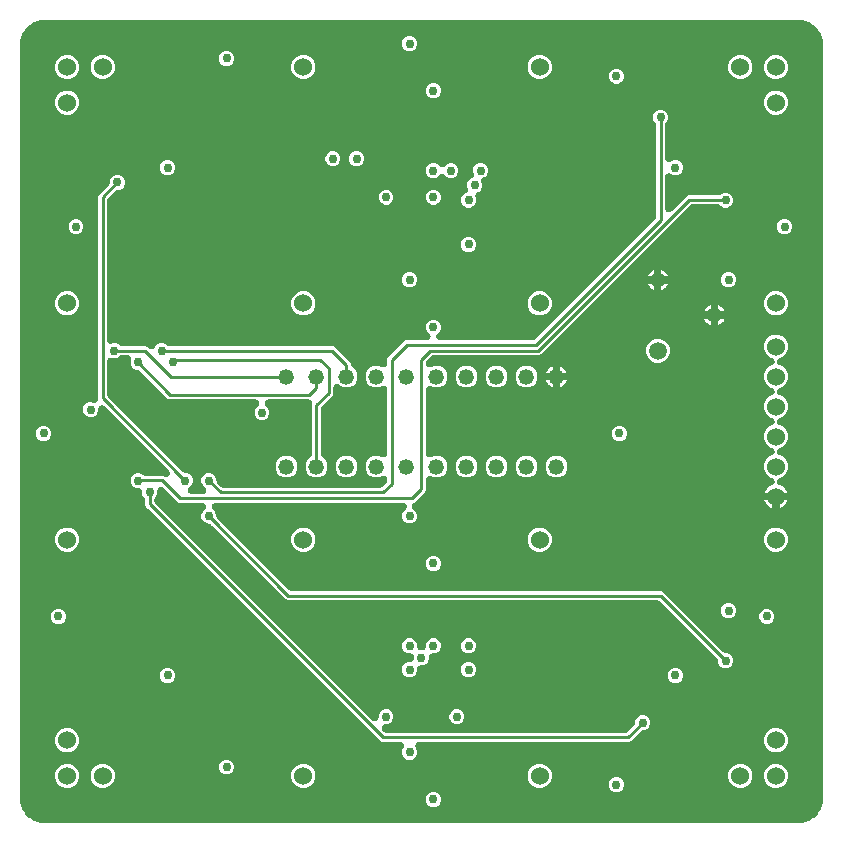
<source format=gbr>
G04 EAGLE Gerber RS-274X export*
G75*
%MOMM*%
%FSLAX34Y34*%
%LPD*%
%INCopper Layer 15*%
%IPPOS*%
%AMOC8*
5,1,8,0,0,1.08239X$1,22.5*%
G01*
%ADD10C,1.308000*%
%ADD11C,1.508000*%
%ADD12C,1.524000*%
%ADD13C,1.320800*%
%ADD14C,0.756400*%
%ADD15C,0.254000*%

G36*
X670080Y10167D02*
X670080Y10167D01*
X670208Y10168D01*
X672383Y10310D01*
X672496Y10327D01*
X672610Y10333D01*
X672787Y10369D01*
X672881Y10383D01*
X672929Y10398D01*
X672997Y10411D01*
X677199Y11537D01*
X677404Y11610D01*
X677611Y11679D01*
X677646Y11696D01*
X677673Y11706D01*
X677753Y11750D01*
X677965Y11855D01*
X681732Y14030D01*
X681911Y14153D01*
X682094Y14273D01*
X682123Y14299D01*
X682147Y14315D01*
X682213Y14378D01*
X682390Y14534D01*
X685466Y17610D01*
X685607Y17776D01*
X685752Y17939D01*
X685773Y17971D01*
X685792Y17994D01*
X685840Y18071D01*
X685970Y18268D01*
X688145Y22035D01*
X688239Y22232D01*
X688337Y22427D01*
X688349Y22464D01*
X688362Y22490D01*
X688387Y22577D01*
X688463Y22801D01*
X689589Y27003D01*
X689609Y27115D01*
X689640Y27226D01*
X689663Y27405D01*
X689680Y27498D01*
X689681Y27548D01*
X689690Y27617D01*
X689832Y29792D01*
X689831Y29873D01*
X689839Y30000D01*
X689839Y670000D01*
X689833Y670080D01*
X689832Y670208D01*
X689690Y672383D01*
X689673Y672496D01*
X689667Y672610D01*
X689631Y672787D01*
X689617Y672881D01*
X689602Y672929D01*
X689589Y672997D01*
X688463Y677199D01*
X688390Y677404D01*
X688321Y677611D01*
X688304Y677646D01*
X688294Y677673D01*
X688250Y677753D01*
X688145Y677965D01*
X685970Y681732D01*
X685847Y681911D01*
X685727Y682094D01*
X685701Y682123D01*
X685685Y682147D01*
X685622Y682213D01*
X685466Y682390D01*
X682390Y685466D01*
X682224Y685607D01*
X682061Y685752D01*
X682029Y685773D01*
X682006Y685792D01*
X681929Y685840D01*
X681732Y685970D01*
X677965Y688145D01*
X677768Y688239D01*
X677573Y688337D01*
X677536Y688349D01*
X677510Y688362D01*
X677423Y688387D01*
X677199Y688463D01*
X672997Y689589D01*
X672885Y689609D01*
X672774Y689640D01*
X672595Y689663D01*
X672502Y689680D01*
X672452Y689681D01*
X672383Y689690D01*
X670208Y689832D01*
X670127Y689831D01*
X670000Y689839D01*
X30000Y689839D01*
X29920Y689833D01*
X29792Y689832D01*
X27617Y689690D01*
X27504Y689673D01*
X27390Y689667D01*
X27213Y689631D01*
X27119Y689617D01*
X27071Y689602D01*
X27003Y689589D01*
X22801Y688463D01*
X22596Y688390D01*
X22389Y688321D01*
X22354Y688304D01*
X22327Y688294D01*
X22247Y688250D01*
X22035Y688145D01*
X18268Y685970D01*
X18089Y685847D01*
X17906Y685727D01*
X17877Y685701D01*
X17853Y685685D01*
X17787Y685622D01*
X17610Y685466D01*
X14534Y682390D01*
X14393Y682224D01*
X14248Y682061D01*
X14227Y682029D01*
X14208Y682006D01*
X14160Y681929D01*
X14030Y681732D01*
X11855Y677965D01*
X11761Y677768D01*
X11663Y677573D01*
X11651Y677536D01*
X11638Y677510D01*
X11613Y677423D01*
X11537Y677199D01*
X10411Y672997D01*
X10391Y672885D01*
X10360Y672774D01*
X10337Y672595D01*
X10320Y672502D01*
X10319Y672452D01*
X10310Y672383D01*
X10168Y670208D01*
X10169Y670127D01*
X10161Y670000D01*
X10161Y30000D01*
X10167Y29920D01*
X10168Y29792D01*
X10310Y27617D01*
X10327Y27504D01*
X10333Y27390D01*
X10369Y27213D01*
X10383Y27119D01*
X10398Y27071D01*
X10411Y27003D01*
X11537Y22801D01*
X11610Y22596D01*
X11679Y22389D01*
X11696Y22354D01*
X11706Y22327D01*
X11750Y22247D01*
X11855Y22035D01*
X14030Y18268D01*
X14153Y18089D01*
X14273Y17906D01*
X14299Y17877D01*
X14315Y17853D01*
X14378Y17787D01*
X14534Y17610D01*
X17610Y14534D01*
X17776Y14393D01*
X17939Y14248D01*
X17971Y14227D01*
X17994Y14208D01*
X18071Y14160D01*
X18268Y14030D01*
X22035Y11855D01*
X22128Y11811D01*
X22216Y11758D01*
X22323Y11715D01*
X22427Y11663D01*
X22464Y11651D01*
X22490Y11638D01*
X22577Y11613D01*
X22596Y11606D01*
X22683Y11571D01*
X22733Y11560D01*
X22801Y11537D01*
X27003Y10411D01*
X27115Y10391D01*
X27226Y10360D01*
X27405Y10337D01*
X27498Y10320D01*
X27548Y10319D01*
X27617Y10310D01*
X29792Y10168D01*
X29873Y10169D01*
X30000Y10161D01*
X670000Y10161D01*
X670080Y10167D01*
G37*
%LPC*%
G36*
X338742Y63677D02*
X338742Y63677D01*
X336418Y64640D01*
X334640Y66418D01*
X333677Y68742D01*
X333677Y71258D01*
X334696Y73717D01*
X334794Y73881D01*
X334917Y74083D01*
X334923Y74096D01*
X334930Y74108D01*
X335018Y74329D01*
X335108Y74549D01*
X335111Y74563D01*
X335116Y74576D01*
X335169Y74809D01*
X335223Y75040D01*
X335224Y75053D01*
X335227Y75067D01*
X335242Y75306D01*
X335258Y75542D01*
X335257Y75556D01*
X335258Y75569D01*
X335235Y75808D01*
X335214Y76043D01*
X335211Y76057D01*
X335210Y76071D01*
X335149Y76303D01*
X335091Y76532D01*
X335086Y76544D01*
X335082Y76558D01*
X334986Y76777D01*
X334893Y76994D01*
X334885Y77006D01*
X334880Y77019D01*
X334750Y77220D01*
X334623Y77420D01*
X334614Y77430D01*
X334607Y77442D01*
X334446Y77621D01*
X334290Y77797D01*
X334280Y77806D01*
X334270Y77817D01*
X334085Y77967D01*
X333902Y78118D01*
X333890Y78125D01*
X333879Y78133D01*
X333673Y78252D01*
X333467Y78372D01*
X333454Y78377D01*
X333442Y78384D01*
X333220Y78469D01*
X332998Y78555D01*
X332984Y78558D01*
X332971Y78563D01*
X332738Y78611D01*
X332506Y78661D01*
X332492Y78662D01*
X332478Y78665D01*
X332084Y78689D01*
X316742Y78689D01*
X315341Y79269D01*
X116769Y277841D01*
X116189Y279242D01*
X116189Y283554D01*
X116186Y283595D01*
X116188Y283636D01*
X116166Y283845D01*
X116149Y284056D01*
X116140Y284096D01*
X116135Y284137D01*
X116080Y284340D01*
X116031Y284545D01*
X116015Y284583D01*
X116004Y284623D01*
X115917Y284816D01*
X115836Y285010D01*
X115814Y285044D01*
X115797Y285082D01*
X115681Y285259D01*
X115570Y285438D01*
X115543Y285469D01*
X115521Y285503D01*
X115260Y285799D01*
X114640Y286418D01*
X113677Y288742D01*
X113677Y290503D01*
X113675Y290530D01*
X113677Y290557D01*
X113655Y290781D01*
X113637Y291005D01*
X113631Y291031D01*
X113628Y291059D01*
X113571Y291277D01*
X113519Y291494D01*
X113508Y291519D01*
X113501Y291546D01*
X113410Y291752D01*
X113324Y291959D01*
X113309Y291982D01*
X113298Y292007D01*
X113176Y292196D01*
X113058Y292386D01*
X113040Y292407D01*
X113025Y292430D01*
X112875Y292597D01*
X112728Y292767D01*
X112707Y292784D01*
X112689Y292805D01*
X112514Y292946D01*
X112342Y293090D01*
X112319Y293104D01*
X112298Y293121D01*
X112103Y293233D01*
X111910Y293348D01*
X111885Y293359D01*
X111861Y293372D01*
X111651Y293452D01*
X111442Y293535D01*
X111416Y293541D01*
X111390Y293551D01*
X111170Y293596D01*
X110951Y293645D01*
X110924Y293647D01*
X110897Y293653D01*
X110503Y293677D01*
X108742Y293677D01*
X106418Y294640D01*
X104640Y296418D01*
X103677Y298742D01*
X103677Y301258D01*
X104640Y303582D01*
X106418Y305360D01*
X108742Y306323D01*
X111258Y306323D01*
X113582Y305360D01*
X114109Y304832D01*
X114140Y304806D01*
X114168Y304775D01*
X114332Y304643D01*
X114492Y304506D01*
X114527Y304484D01*
X114559Y304459D01*
X114742Y304354D01*
X114922Y304244D01*
X114961Y304228D01*
X114996Y304208D01*
X115193Y304133D01*
X115388Y304053D01*
X115428Y304044D01*
X115467Y304029D01*
X115673Y303987D01*
X115879Y303938D01*
X115920Y303936D01*
X115960Y303927D01*
X116354Y303903D01*
X131403Y303903D01*
X132545Y303430D01*
X132671Y303389D01*
X132794Y303338D01*
X132910Y303311D01*
X133024Y303275D01*
X133155Y303254D01*
X133284Y303224D01*
X133403Y303215D01*
X133521Y303197D01*
X133654Y303198D01*
X133787Y303188D01*
X133905Y303199D01*
X134025Y303199D01*
X134156Y303221D01*
X134288Y303232D01*
X134404Y303262D01*
X134522Y303281D01*
X134648Y303323D01*
X134777Y303355D01*
X134886Y303403D01*
X134999Y303440D01*
X135117Y303502D01*
X135239Y303554D01*
X135340Y303618D01*
X135446Y303673D01*
X135552Y303752D01*
X135665Y303823D01*
X135754Y303902D01*
X135850Y303974D01*
X135943Y304069D01*
X136042Y304157D01*
X136118Y304249D01*
X136201Y304334D01*
X136278Y304443D01*
X136362Y304545D01*
X136422Y304648D01*
X136491Y304746D01*
X136550Y304865D01*
X136617Y304980D01*
X136660Y305091D01*
X136712Y305198D01*
X136751Y305325D01*
X136799Y305449D01*
X136825Y305566D01*
X136859Y305680D01*
X136878Y305811D01*
X136906Y305941D01*
X136912Y306060D01*
X136928Y306178D01*
X136926Y306311D01*
X136933Y306444D01*
X136920Y306563D01*
X136918Y306682D01*
X136894Y306813D01*
X136880Y306945D01*
X136849Y307060D01*
X136827Y307177D01*
X136783Y307303D01*
X136748Y307431D01*
X136700Y307540D01*
X136660Y307652D01*
X136596Y307769D01*
X136542Y307890D01*
X136476Y307990D01*
X136419Y308095D01*
X136338Y308200D01*
X136265Y308311D01*
X136166Y308423D01*
X136112Y308493D01*
X136066Y308537D01*
X136004Y308607D01*
X81742Y362869D01*
X81731Y362878D01*
X81722Y362889D01*
X81539Y363042D01*
X81358Y363196D01*
X81347Y363203D01*
X81336Y363212D01*
X81133Y363333D01*
X80928Y363458D01*
X80916Y363463D01*
X80904Y363470D01*
X80685Y363558D01*
X80462Y363649D01*
X80449Y363652D01*
X80436Y363657D01*
X80204Y363709D01*
X79972Y363763D01*
X79958Y363764D01*
X79945Y363767D01*
X79706Y363782D01*
X79470Y363799D01*
X79456Y363798D01*
X79443Y363799D01*
X79205Y363776D01*
X78968Y363755D01*
X78955Y363751D01*
X78941Y363750D01*
X78711Y363690D01*
X78480Y363632D01*
X78467Y363626D01*
X78454Y363623D01*
X78236Y363527D01*
X78017Y363433D01*
X78006Y363426D01*
X77993Y363420D01*
X77791Y363290D01*
X77592Y363164D01*
X77582Y363155D01*
X77570Y363147D01*
X77392Y362988D01*
X77214Y362830D01*
X77206Y362820D01*
X77195Y362811D01*
X77045Y362625D01*
X76894Y362442D01*
X76887Y362430D01*
X76879Y362419D01*
X76760Y362213D01*
X76640Y362007D01*
X76635Y361995D01*
X76628Y361983D01*
X76544Y361761D01*
X76457Y361538D01*
X76454Y361525D01*
X76449Y361512D01*
X76401Y361278D01*
X76351Y361046D01*
X76350Y361032D01*
X76347Y361019D01*
X76323Y360625D01*
X76323Y358742D01*
X75360Y356418D01*
X73582Y354640D01*
X71258Y353677D01*
X68742Y353677D01*
X66418Y354640D01*
X64640Y356418D01*
X63677Y358742D01*
X63677Y361258D01*
X64640Y363582D01*
X66418Y365360D01*
X68742Y366323D01*
X71258Y366323D01*
X71800Y366098D01*
X71940Y366053D01*
X72076Y365999D01*
X72179Y365975D01*
X72279Y365943D01*
X72424Y365920D01*
X72567Y365888D01*
X72673Y365882D01*
X72777Y365865D01*
X72923Y365866D01*
X73069Y365857D01*
X73175Y365867D01*
X73280Y365867D01*
X73425Y365891D01*
X73571Y365905D01*
X73673Y365932D01*
X73777Y365949D01*
X73916Y365995D01*
X74058Y366033D01*
X74155Y366075D01*
X74255Y366108D01*
X74385Y366176D01*
X74519Y366235D01*
X74608Y366292D01*
X74701Y366341D01*
X74819Y366429D01*
X74942Y366508D01*
X75021Y366579D01*
X75105Y366642D01*
X75207Y366747D01*
X75317Y366845D01*
X75383Y366927D01*
X75457Y367002D01*
X75541Y367122D01*
X75633Y367236D01*
X75686Y367328D01*
X75747Y367414D01*
X75811Y367546D01*
X75884Y367673D01*
X75922Y367771D01*
X75968Y367866D01*
X76011Y368006D01*
X76063Y368143D01*
X76084Y368247D01*
X76115Y368348D01*
X76135Y368493D01*
X76165Y368636D01*
X76173Y368766D01*
X76184Y368847D01*
X76182Y368920D01*
X76189Y369031D01*
X76189Y540758D01*
X76769Y542159D01*
X85248Y550637D01*
X85274Y550668D01*
X85305Y550695D01*
X85437Y550859D01*
X85574Y551020D01*
X85596Y551055D01*
X85621Y551087D01*
X85726Y551269D01*
X85836Y551450D01*
X85852Y551488D01*
X85872Y551523D01*
X85947Y551720D01*
X86027Y551916D01*
X86036Y551956D01*
X86051Y551994D01*
X86093Y552201D01*
X86142Y552406D01*
X86144Y552447D01*
X86153Y552487D01*
X86177Y552881D01*
X86177Y553758D01*
X87140Y556082D01*
X88918Y557860D01*
X91242Y558823D01*
X93758Y558823D01*
X96082Y557860D01*
X97860Y556082D01*
X98823Y553758D01*
X98823Y551242D01*
X97860Y548918D01*
X96082Y547140D01*
X93758Y546177D01*
X92881Y546177D01*
X92840Y546174D01*
X92800Y546176D01*
X92590Y546154D01*
X92379Y546137D01*
X92339Y546128D01*
X92299Y546123D01*
X92095Y546068D01*
X91890Y546019D01*
X91852Y546003D01*
X91813Y545992D01*
X91620Y545905D01*
X91426Y545824D01*
X91391Y545802D01*
X91354Y545785D01*
X91177Y545669D01*
X90998Y545558D01*
X90967Y545531D01*
X90933Y545509D01*
X90637Y545248D01*
X84740Y539351D01*
X84714Y539320D01*
X84683Y539293D01*
X84551Y539129D01*
X84414Y538968D01*
X84392Y538933D01*
X84367Y538901D01*
X84262Y538719D01*
X84152Y538538D01*
X84136Y538500D01*
X84116Y538465D01*
X84041Y538268D01*
X83961Y538072D01*
X83952Y538032D01*
X83937Y537994D01*
X83895Y537787D01*
X83846Y537582D01*
X83844Y537541D01*
X83835Y537501D01*
X83811Y537107D01*
X83811Y419031D01*
X83822Y418885D01*
X83824Y418738D01*
X83842Y418634D01*
X83851Y418529D01*
X83885Y418386D01*
X83910Y418242D01*
X83945Y418142D01*
X83969Y418039D01*
X84026Y417904D01*
X84074Y417766D01*
X84123Y417672D01*
X84164Y417575D01*
X84242Y417450D01*
X84310Y417321D01*
X84374Y417237D01*
X84430Y417147D01*
X84526Y417036D01*
X84614Y416920D01*
X84691Y416847D01*
X84760Y416767D01*
X84872Y416673D01*
X84978Y416571D01*
X85065Y416511D01*
X85146Y416443D01*
X85271Y416368D01*
X85392Y416285D01*
X85487Y416239D01*
X85578Y416185D01*
X85714Y416131D01*
X85846Y416068D01*
X85948Y416038D01*
X86046Y415999D01*
X86188Y415966D01*
X86329Y415925D01*
X86434Y415911D01*
X86537Y415888D01*
X86683Y415879D01*
X86828Y415860D01*
X86934Y415863D01*
X87039Y415857D01*
X87185Y415871D01*
X87332Y415875D01*
X87435Y415895D01*
X87541Y415905D01*
X87683Y415942D01*
X87826Y415970D01*
X87949Y416012D01*
X88028Y416033D01*
X88095Y416062D01*
X88200Y416098D01*
X88742Y416323D01*
X91258Y416323D01*
X93582Y415360D01*
X94109Y414832D01*
X94140Y414806D01*
X94168Y414775D01*
X94332Y414643D01*
X94492Y414506D01*
X94527Y414484D01*
X94559Y414459D01*
X94742Y414354D01*
X94922Y414244D01*
X94961Y414228D01*
X94996Y414208D01*
X95193Y414133D01*
X95388Y414053D01*
X95428Y414044D01*
X95467Y414029D01*
X95673Y413987D01*
X95879Y413938D01*
X95920Y413936D01*
X95960Y413927D01*
X96354Y413903D01*
X116403Y413903D01*
X117803Y413323D01*
X119202Y411923D01*
X119314Y411828D01*
X119419Y411726D01*
X119505Y411665D01*
X119586Y411597D01*
X119711Y411521D01*
X119830Y411436D01*
X119925Y411390D01*
X120016Y411335D01*
X120151Y411279D01*
X120283Y411215D01*
X120384Y411184D01*
X120482Y411144D01*
X120624Y411111D01*
X120764Y411068D01*
X120869Y411054D01*
X120972Y411030D01*
X121118Y411019D01*
X121263Y410999D01*
X121369Y411001D01*
X121474Y410994D01*
X121620Y411007D01*
X121767Y411010D01*
X121870Y411029D01*
X121976Y411038D01*
X122118Y411074D01*
X122262Y411100D01*
X122361Y411135D01*
X122464Y411161D01*
X122599Y411219D01*
X122737Y411268D01*
X122830Y411318D01*
X122927Y411360D01*
X123050Y411438D01*
X123179Y411508D01*
X123263Y411573D01*
X123352Y411629D01*
X123462Y411726D01*
X123578Y411815D01*
X123650Y411892D01*
X123730Y411962D01*
X123823Y412075D01*
X123923Y412182D01*
X123983Y412269D01*
X124050Y412351D01*
X124124Y412477D01*
X124206Y412599D01*
X124263Y412715D01*
X124304Y412785D01*
X124331Y412854D01*
X124380Y412953D01*
X124640Y413582D01*
X126418Y415360D01*
X128742Y416323D01*
X131258Y416323D01*
X133582Y415360D01*
X134201Y414740D01*
X134232Y414714D01*
X134260Y414683D01*
X134424Y414551D01*
X134584Y414414D01*
X134619Y414392D01*
X134651Y414367D01*
X134834Y414262D01*
X135014Y414152D01*
X135053Y414136D01*
X135088Y414116D01*
X135285Y414041D01*
X135480Y413961D01*
X135520Y413952D01*
X135559Y413937D01*
X135765Y413895D01*
X135971Y413846D01*
X136012Y413844D01*
X136052Y413835D01*
X136446Y413811D01*
X275358Y413811D01*
X276759Y413231D01*
X289731Y400259D01*
X290311Y398858D01*
X290311Y398537D01*
X290314Y398496D01*
X290312Y398455D01*
X290334Y398245D01*
X290351Y398035D01*
X290360Y397995D01*
X290365Y397954D01*
X290420Y397751D01*
X290469Y397545D01*
X290485Y397508D01*
X290496Y397468D01*
X290583Y397275D01*
X290664Y397081D01*
X290686Y397046D01*
X290703Y397009D01*
X290819Y396832D01*
X290930Y396653D01*
X290957Y396622D01*
X290979Y396588D01*
X291240Y396292D01*
X294253Y393280D01*
X295645Y389919D01*
X295645Y386281D01*
X294253Y382920D01*
X291680Y380347D01*
X288319Y378955D01*
X284681Y378955D01*
X281320Y380347D01*
X280744Y380924D01*
X280733Y380933D01*
X280724Y380943D01*
X280541Y381097D01*
X280360Y381251D01*
X280349Y381258D01*
X280338Y381266D01*
X280134Y381389D01*
X279930Y381513D01*
X279918Y381518D01*
X279906Y381525D01*
X279685Y381613D01*
X279464Y381703D01*
X279451Y381706D01*
X279438Y381711D01*
X279206Y381764D01*
X278974Y381818D01*
X278960Y381819D01*
X278947Y381822D01*
X278709Y381837D01*
X278472Y381853D01*
X278458Y381852D01*
X278445Y381853D01*
X278207Y381830D01*
X277970Y381809D01*
X277957Y381806D01*
X277943Y381805D01*
X277712Y381744D01*
X277482Y381686D01*
X277469Y381681D01*
X277456Y381677D01*
X277237Y381581D01*
X277019Y381488D01*
X277008Y381480D01*
X276995Y381475D01*
X276794Y381345D01*
X276594Y381218D01*
X276584Y381209D01*
X276572Y381202D01*
X276394Y381042D01*
X276216Y380885D01*
X276208Y380875D01*
X276197Y380865D01*
X276047Y380679D01*
X275896Y380496D01*
X275889Y380485D01*
X275881Y380474D01*
X275763Y380269D01*
X275642Y380062D01*
X275637Y380049D01*
X275630Y380037D01*
X275546Y379816D01*
X275459Y379593D01*
X275456Y379579D01*
X275451Y379567D01*
X275403Y379333D01*
X275353Y379101D01*
X275352Y379087D01*
X275349Y379073D01*
X275325Y378679D01*
X275325Y373572D01*
X274745Y372171D01*
X265840Y363267D01*
X265814Y363236D01*
X265783Y363209D01*
X265651Y363044D01*
X265514Y362884D01*
X265492Y362849D01*
X265467Y362817D01*
X265362Y362635D01*
X265252Y362454D01*
X265236Y362416D01*
X265216Y362380D01*
X265141Y362184D01*
X265061Y361988D01*
X265052Y361948D01*
X265037Y361910D01*
X264995Y361703D01*
X264946Y361498D01*
X264944Y361457D01*
X264935Y361417D01*
X264911Y361022D01*
X264911Y322337D01*
X264914Y322296D01*
X264912Y322255D01*
X264934Y322045D01*
X264951Y321835D01*
X264960Y321795D01*
X264965Y321754D01*
X265020Y321551D01*
X265069Y321345D01*
X265085Y321308D01*
X265096Y321268D01*
X265183Y321075D01*
X265264Y320881D01*
X265286Y320846D01*
X265303Y320809D01*
X265419Y320632D01*
X265530Y320453D01*
X265557Y320422D01*
X265579Y320388D01*
X265840Y320092D01*
X268853Y317080D01*
X270245Y313719D01*
X270245Y310081D01*
X268853Y306720D01*
X266280Y304147D01*
X262919Y302755D01*
X259281Y302755D01*
X255920Y304147D01*
X253347Y306720D01*
X251955Y310081D01*
X251955Y313719D01*
X253347Y317080D01*
X256360Y320092D01*
X256386Y320123D01*
X256417Y320151D01*
X256549Y320315D01*
X256686Y320475D01*
X256708Y320510D01*
X256733Y320542D01*
X256838Y320725D01*
X256948Y320905D01*
X256964Y320943D01*
X256984Y320979D01*
X257059Y321175D01*
X257139Y321371D01*
X257148Y321411D01*
X257163Y321450D01*
X257205Y321656D01*
X257254Y321862D01*
X257256Y321903D01*
X257265Y321943D01*
X257289Y322337D01*
X257289Y364778D01*
X257290Y364779D01*
X257312Y364924D01*
X257344Y365067D01*
X257351Y365172D01*
X257367Y365277D01*
X257367Y365423D01*
X257376Y365569D01*
X257366Y365675D01*
X257365Y365780D01*
X257341Y365925D01*
X257327Y366071D01*
X257301Y366173D01*
X257283Y366277D01*
X257237Y366416D01*
X257200Y366558D01*
X257158Y366655D01*
X257124Y366755D01*
X257056Y366885D01*
X256997Y367019D01*
X256940Y367107D01*
X256891Y367201D01*
X256804Y367319D01*
X256724Y367442D01*
X256654Y367521D01*
X256591Y367605D01*
X256486Y367707D01*
X256388Y367817D01*
X256306Y367883D01*
X256230Y367957D01*
X256110Y368041D01*
X255997Y368133D01*
X255905Y368186D01*
X255819Y368247D01*
X255687Y368311D01*
X255560Y368384D01*
X255461Y368421D01*
X255366Y368468D01*
X255226Y368511D01*
X255089Y368563D01*
X254986Y368584D01*
X254885Y368615D01*
X254740Y368635D01*
X254596Y368665D01*
X254467Y368673D01*
X254386Y368684D01*
X254313Y368682D01*
X254202Y368689D01*
X220416Y368689D01*
X220402Y368688D01*
X220388Y368689D01*
X220152Y368668D01*
X219914Y368649D01*
X219900Y368646D01*
X219887Y368645D01*
X219657Y368587D01*
X219424Y368531D01*
X219412Y368525D01*
X219399Y368522D01*
X219180Y368428D01*
X218960Y368336D01*
X218949Y368329D01*
X218936Y368323D01*
X218735Y368196D01*
X218532Y368070D01*
X218522Y368061D01*
X218511Y368054D01*
X218332Y367897D01*
X218152Y367740D01*
X218143Y367730D01*
X218133Y367721D01*
X217982Y367537D01*
X217829Y367354D01*
X217822Y367342D01*
X217813Y367332D01*
X217693Y367127D01*
X217570Y366922D01*
X217565Y366909D01*
X217558Y366898D01*
X217472Y366675D01*
X217384Y366454D01*
X217381Y366441D01*
X217376Y366428D01*
X217325Y366194D01*
X217273Y365963D01*
X217272Y365949D01*
X217270Y365936D01*
X217257Y365699D01*
X217242Y365461D01*
X217243Y365447D01*
X217243Y365433D01*
X217267Y365198D01*
X217290Y364959D01*
X217294Y364946D01*
X217295Y364933D01*
X217357Y364703D01*
X217418Y364472D01*
X217423Y364460D01*
X217427Y364446D01*
X217524Y364230D01*
X217620Y364011D01*
X217628Y364000D01*
X217633Y363987D01*
X217763Y363791D01*
X217893Y363588D01*
X217903Y363578D01*
X217910Y363567D01*
X218171Y363270D01*
X220360Y361081D01*
X221323Y358758D01*
X221323Y356242D01*
X220360Y353918D01*
X218582Y352140D01*
X216258Y351177D01*
X213742Y351177D01*
X211418Y352140D01*
X209640Y353918D01*
X208677Y356242D01*
X208677Y358758D01*
X209640Y361081D01*
X211829Y363270D01*
X211838Y363281D01*
X211848Y363290D01*
X211999Y363470D01*
X212155Y363654D01*
X212163Y363665D01*
X212171Y363676D01*
X212294Y363880D01*
X212417Y364084D01*
X212423Y364096D01*
X212430Y364108D01*
X212518Y364328D01*
X212608Y364550D01*
X212611Y364563D01*
X212616Y364576D01*
X212668Y364807D01*
X212723Y365040D01*
X212724Y365054D01*
X212727Y365067D01*
X212741Y365304D01*
X212758Y365542D01*
X212757Y365556D01*
X212758Y365569D01*
X212735Y365807D01*
X212714Y366044D01*
X212711Y366057D01*
X212710Y366071D01*
X212649Y366301D01*
X212591Y366532D01*
X212586Y366545D01*
X212582Y366558D01*
X212487Y366776D01*
X212393Y366995D01*
X212385Y367006D01*
X212380Y367019D01*
X212250Y367220D01*
X212123Y367420D01*
X212114Y367430D01*
X212107Y367442D01*
X211946Y367621D01*
X211790Y367798D01*
X211779Y367806D01*
X211770Y367817D01*
X211586Y367966D01*
X211401Y368118D01*
X211389Y368125D01*
X211379Y368133D01*
X211174Y368251D01*
X210967Y368372D01*
X210954Y368377D01*
X210942Y368384D01*
X210720Y368468D01*
X210498Y368555D01*
X210484Y368558D01*
X210471Y368563D01*
X210237Y368611D01*
X210005Y368661D01*
X209992Y368662D01*
X209978Y368665D01*
X209584Y368689D01*
X136742Y368689D01*
X135341Y369269D01*
X111863Y392748D01*
X111832Y392774D01*
X111805Y392805D01*
X111641Y392937D01*
X111480Y393074D01*
X111445Y393096D01*
X111413Y393121D01*
X111231Y393226D01*
X111050Y393336D01*
X111012Y393352D01*
X110977Y393372D01*
X110780Y393447D01*
X110584Y393527D01*
X110544Y393536D01*
X110506Y393551D01*
X110299Y393593D01*
X110094Y393642D01*
X110053Y393644D01*
X110013Y393653D01*
X109619Y393677D01*
X108742Y393677D01*
X106418Y394640D01*
X104640Y396418D01*
X103677Y398742D01*
X103677Y401258D01*
X103940Y401892D01*
X103985Y402032D01*
X104040Y402168D01*
X104063Y402271D01*
X104095Y402371D01*
X104118Y402516D01*
X104150Y402659D01*
X104157Y402764D01*
X104173Y402869D01*
X104172Y403015D01*
X104181Y403161D01*
X104171Y403267D01*
X104171Y403372D01*
X104147Y403517D01*
X104133Y403663D01*
X104106Y403765D01*
X104089Y403869D01*
X104043Y404008D01*
X104006Y404150D01*
X103963Y404247D01*
X103930Y404347D01*
X103862Y404476D01*
X103803Y404611D01*
X103746Y404700D01*
X103697Y404793D01*
X103610Y404911D01*
X103530Y405034D01*
X103459Y405113D01*
X103396Y405197D01*
X103291Y405300D01*
X103194Y405409D01*
X103111Y405475D01*
X103036Y405549D01*
X102916Y405633D01*
X102802Y405725D01*
X102711Y405778D01*
X102624Y405839D01*
X102492Y405903D01*
X102365Y405976D01*
X102267Y406014D01*
X102172Y406060D01*
X102032Y406103D01*
X101895Y406155D01*
X101791Y406176D01*
X101690Y406207D01*
X101545Y406227D01*
X101402Y406257D01*
X101272Y406265D01*
X101191Y406276D01*
X101118Y406274D01*
X101008Y406281D01*
X96538Y406281D01*
X96497Y406278D01*
X96456Y406280D01*
X96247Y406258D01*
X96036Y406241D01*
X95996Y406232D01*
X95955Y406227D01*
X95752Y406172D01*
X95547Y406123D01*
X95509Y406107D01*
X95469Y406096D01*
X95276Y406009D01*
X95082Y405928D01*
X95048Y405906D01*
X95010Y405889D01*
X94833Y405773D01*
X94654Y405662D01*
X94623Y405635D01*
X94589Y405613D01*
X94293Y405352D01*
X93582Y404640D01*
X91258Y403677D01*
X88742Y403677D01*
X88200Y403902D01*
X88060Y403947D01*
X87924Y404001D01*
X87821Y404025D01*
X87721Y404057D01*
X87576Y404080D01*
X87433Y404112D01*
X87327Y404118D01*
X87223Y404135D01*
X87077Y404134D01*
X86931Y404143D01*
X86825Y404133D01*
X86720Y404133D01*
X86575Y404109D01*
X86429Y404095D01*
X86327Y404068D01*
X86223Y404051D01*
X86084Y404005D01*
X85942Y403967D01*
X85845Y403925D01*
X85745Y403892D01*
X85615Y403824D01*
X85481Y403765D01*
X85392Y403708D01*
X85299Y403659D01*
X85181Y403571D01*
X85058Y403492D01*
X84979Y403421D01*
X84895Y403358D01*
X84793Y403253D01*
X84683Y403155D01*
X84617Y403073D01*
X84543Y402998D01*
X84459Y402878D01*
X84367Y402764D01*
X84314Y402672D01*
X84253Y402586D01*
X84189Y402454D01*
X84116Y402327D01*
X84078Y402229D01*
X84032Y402134D01*
X83989Y401994D01*
X83937Y401857D01*
X83916Y401753D01*
X83885Y401652D01*
X83865Y401507D01*
X83835Y401364D01*
X83827Y401234D01*
X83816Y401153D01*
X83818Y401080D01*
X83811Y400969D01*
X83811Y372893D01*
X83814Y372852D01*
X83812Y372812D01*
X83834Y372602D01*
X83851Y372391D01*
X83860Y372351D01*
X83865Y372311D01*
X83920Y372107D01*
X83969Y371902D01*
X83985Y371864D01*
X83996Y371825D01*
X84083Y371632D01*
X84164Y371438D01*
X84186Y371403D01*
X84203Y371366D01*
X84319Y371189D01*
X84430Y371010D01*
X84457Y370979D01*
X84479Y370945D01*
X84740Y370649D01*
X148137Y307252D01*
X148168Y307226D01*
X148195Y307195D01*
X148359Y307063D01*
X148520Y306926D01*
X148555Y306904D01*
X148587Y306879D01*
X148769Y306774D01*
X148950Y306664D01*
X148988Y306648D01*
X149023Y306628D01*
X149220Y306553D01*
X149416Y306473D01*
X149456Y306464D01*
X149494Y306449D01*
X149701Y306407D01*
X149906Y306358D01*
X149947Y306356D01*
X149987Y306347D01*
X150381Y306323D01*
X151258Y306323D01*
X153582Y305360D01*
X155360Y303582D01*
X156323Y301258D01*
X156323Y298742D01*
X155360Y296418D01*
X153437Y294495D01*
X153361Y294448D01*
X153271Y294370D01*
X153175Y294300D01*
X153082Y294205D01*
X152981Y294118D01*
X152905Y294027D01*
X152821Y293942D01*
X152743Y293834D01*
X152658Y293732D01*
X152596Y293630D01*
X152527Y293533D01*
X152468Y293414D01*
X152399Y293300D01*
X152355Y293189D01*
X152302Y293083D01*
X152262Y292956D01*
X152213Y292832D01*
X152187Y292716D01*
X152151Y292603D01*
X152131Y292471D01*
X152102Y292341D01*
X152095Y292222D01*
X152078Y292104D01*
X152079Y291972D01*
X152071Y291839D01*
X152082Y291720D01*
X152084Y291601D01*
X152107Y291470D01*
X152119Y291337D01*
X152150Y291222D01*
X152170Y291105D01*
X152213Y290979D01*
X152247Y290850D01*
X152295Y290741D01*
X152333Y290629D01*
X152396Y290511D01*
X152449Y290389D01*
X152514Y290289D01*
X152570Y290184D01*
X152650Y290078D01*
X152722Y289966D01*
X152802Y289877D01*
X152874Y289783D01*
X152970Y289690D01*
X153059Y289591D01*
X153151Y289517D01*
X153237Y289434D01*
X153347Y289358D01*
X153450Y289275D01*
X153553Y289215D01*
X153651Y289148D01*
X153771Y289090D01*
X153887Y289024D01*
X153998Y288982D01*
X154105Y288930D01*
X154233Y288892D01*
X154358Y288845D01*
X154474Y288821D01*
X154588Y288787D01*
X154720Y288770D01*
X154851Y288743D01*
X155000Y288734D01*
X155088Y288723D01*
X155152Y288725D01*
X155245Y288719D01*
X164755Y288719D01*
X164888Y288729D01*
X165021Y288730D01*
X165139Y288749D01*
X165257Y288759D01*
X165386Y288790D01*
X165518Y288812D01*
X165631Y288849D01*
X165747Y288877D01*
X165869Y288929D01*
X165996Y288971D01*
X166101Y289026D01*
X166211Y289072D01*
X166324Y289142D01*
X166442Y289204D01*
X166538Y289275D01*
X166639Y289338D01*
X166739Y289425D01*
X166846Y289505D01*
X166929Y289590D01*
X167019Y289668D01*
X167105Y289770D01*
X167197Y289865D01*
X167266Y289962D01*
X167342Y290054D01*
X167411Y290168D01*
X167487Y290277D01*
X167540Y290384D01*
X167601Y290486D01*
X167650Y290609D01*
X167708Y290729D01*
X167743Y290843D01*
X167787Y290954D01*
X167816Y291083D01*
X167855Y291211D01*
X167872Y291329D01*
X167898Y291445D01*
X167906Y291578D01*
X167924Y291710D01*
X167922Y291828D01*
X167929Y291947D01*
X167916Y292080D01*
X167913Y292213D01*
X167892Y292330D01*
X167881Y292449D01*
X167847Y292578D01*
X167823Y292708D01*
X167783Y292820D01*
X167753Y292936D01*
X167700Y293058D01*
X167655Y293183D01*
X167599Y293288D01*
X167551Y293397D01*
X167478Y293509D01*
X167415Y293626D01*
X167342Y293720D01*
X167278Y293820D01*
X167189Y293919D01*
X167108Y294024D01*
X167021Y294106D01*
X166941Y294195D01*
X166838Y294278D01*
X166741Y294370D01*
X166642Y294436D01*
X166550Y294511D01*
X166543Y294515D01*
X164640Y296418D01*
X163677Y298742D01*
X163677Y301258D01*
X164640Y303582D01*
X166418Y305360D01*
X168742Y306323D01*
X171258Y306323D01*
X173582Y305360D01*
X175360Y303582D01*
X176323Y301258D01*
X176323Y300381D01*
X176326Y300340D01*
X176324Y300300D01*
X176346Y300090D01*
X176363Y299879D01*
X176372Y299839D01*
X176377Y299799D01*
X176432Y299595D01*
X176481Y299390D01*
X176497Y299352D01*
X176508Y299313D01*
X176595Y299120D01*
X176676Y298926D01*
X176698Y298891D01*
X176715Y298854D01*
X176831Y298677D01*
X176942Y298498D01*
X176969Y298467D01*
X176991Y298433D01*
X177252Y298137D01*
X180661Y294728D01*
X180692Y294702D01*
X180719Y294671D01*
X180883Y294539D01*
X181044Y294402D01*
X181079Y294380D01*
X181111Y294355D01*
X181293Y294250D01*
X181474Y294140D01*
X181512Y294124D01*
X181547Y294104D01*
X181744Y294029D01*
X181940Y293949D01*
X181980Y293940D01*
X182018Y293925D01*
X182225Y293883D01*
X182430Y293834D01*
X182471Y293832D01*
X182511Y293823D01*
X182905Y293799D01*
X314595Y293799D01*
X314636Y293802D01*
X314676Y293800D01*
X314886Y293822D01*
X315097Y293839D01*
X315137Y293848D01*
X315177Y293853D01*
X315381Y293908D01*
X315586Y293957D01*
X315624Y293973D01*
X315663Y293984D01*
X315856Y294071D01*
X316050Y294152D01*
X316085Y294174D01*
X316122Y294191D01*
X316299Y294307D01*
X316478Y294418D01*
X316509Y294445D01*
X316543Y294467D01*
X316839Y294728D01*
X320260Y298149D01*
X320286Y298180D01*
X320317Y298207D01*
X320449Y298371D01*
X320586Y298532D01*
X320608Y298567D01*
X320633Y298599D01*
X320738Y298781D01*
X320848Y298962D01*
X320864Y299000D01*
X320884Y299035D01*
X320959Y299232D01*
X321039Y299428D01*
X321048Y299468D01*
X321063Y299506D01*
X321105Y299713D01*
X321154Y299918D01*
X321156Y299959D01*
X321165Y299999D01*
X321189Y300393D01*
X321189Y301099D01*
X321178Y301245D01*
X321176Y301391D01*
X321158Y301496D01*
X321149Y301601D01*
X321115Y301743D01*
X321090Y301888D01*
X321055Y301987D01*
X321031Y302090D01*
X320974Y302225D01*
X320926Y302364D01*
X320877Y302457D01*
X320836Y302555D01*
X320758Y302679D01*
X320690Y302808D01*
X320626Y302892D01*
X320570Y302982D01*
X320474Y303093D01*
X320386Y303210D01*
X320310Y303283D01*
X320240Y303363D01*
X320128Y303457D01*
X320022Y303558D01*
X319935Y303618D01*
X319854Y303686D01*
X319728Y303761D01*
X319608Y303845D01*
X319513Y303890D01*
X319422Y303944D01*
X319286Y303999D01*
X319154Y304062D01*
X319053Y304092D01*
X318954Y304131D01*
X318811Y304163D01*
X318671Y304205D01*
X318566Y304218D01*
X318463Y304241D01*
X318317Y304251D01*
X318172Y304269D01*
X318066Y304266D01*
X317961Y304273D01*
X317815Y304259D01*
X317668Y304254D01*
X317565Y304234D01*
X317459Y304224D01*
X317317Y304187D01*
X317174Y304160D01*
X317051Y304118D01*
X316972Y304097D01*
X316905Y304068D01*
X316800Y304032D01*
X313719Y302755D01*
X310081Y302755D01*
X306720Y304147D01*
X304147Y306720D01*
X302755Y310081D01*
X302755Y313719D01*
X304147Y317080D01*
X306720Y319653D01*
X310081Y321045D01*
X313719Y321045D01*
X316800Y319768D01*
X316940Y319723D01*
X317076Y319669D01*
X317179Y319646D01*
X317279Y319613D01*
X317424Y319591D01*
X317567Y319559D01*
X317672Y319552D01*
X317777Y319536D01*
X317923Y319536D01*
X318069Y319527D01*
X318175Y319537D01*
X318280Y319538D01*
X318425Y319562D01*
X318571Y319576D01*
X318673Y319603D01*
X318777Y319620D01*
X318916Y319666D01*
X319058Y319703D01*
X319155Y319746D01*
X319255Y319779D01*
X319385Y319847D01*
X319519Y319906D01*
X319608Y319963D01*
X319701Y320012D01*
X319819Y320099D01*
X319942Y320179D01*
X320021Y320249D01*
X320105Y320312D01*
X320207Y320417D01*
X320317Y320515D01*
X320383Y320597D01*
X320457Y320673D01*
X320541Y320793D01*
X320633Y320906D01*
X320686Y320998D01*
X320747Y321084D01*
X320811Y321216D01*
X320884Y321343D01*
X320922Y321442D01*
X320968Y321537D01*
X321011Y321677D01*
X321063Y321814D01*
X321084Y321917D01*
X321115Y322018D01*
X321135Y322163D01*
X321165Y322307D01*
X321173Y322437D01*
X321184Y322517D01*
X321182Y322590D01*
X321189Y322701D01*
X321189Y377299D01*
X321178Y377445D01*
X321176Y377591D01*
X321158Y377696D01*
X321149Y377801D01*
X321115Y377943D01*
X321090Y378088D01*
X321055Y378187D01*
X321031Y378290D01*
X320974Y378425D01*
X320926Y378564D01*
X320877Y378657D01*
X320836Y378755D01*
X320758Y378879D01*
X320690Y379008D01*
X320626Y379092D01*
X320570Y379182D01*
X320474Y379293D01*
X320386Y379410D01*
X320310Y379483D01*
X320240Y379563D01*
X320128Y379657D01*
X320022Y379758D01*
X319935Y379818D01*
X319854Y379886D01*
X319728Y379961D01*
X319608Y380045D01*
X319513Y380090D01*
X319422Y380144D01*
X319286Y380199D01*
X319154Y380262D01*
X319053Y380292D01*
X318954Y380331D01*
X318811Y380363D01*
X318671Y380405D01*
X318566Y380418D01*
X318463Y380441D01*
X318317Y380451D01*
X318172Y380469D01*
X318066Y380466D01*
X317961Y380473D01*
X317815Y380459D01*
X317668Y380454D01*
X317565Y380434D01*
X317459Y380424D01*
X317317Y380387D01*
X317174Y380360D01*
X317051Y380318D01*
X316972Y380297D01*
X316905Y380268D01*
X316800Y380232D01*
X313719Y378955D01*
X310081Y378955D01*
X306720Y380347D01*
X304147Y382920D01*
X302755Y386281D01*
X302755Y389919D01*
X304147Y393280D01*
X306720Y395853D01*
X310081Y397245D01*
X313719Y397245D01*
X316800Y395968D01*
X316940Y395923D01*
X317076Y395869D01*
X317179Y395846D01*
X317279Y395813D01*
X317424Y395791D01*
X317567Y395759D01*
X317672Y395752D01*
X317777Y395736D01*
X317923Y395736D01*
X318069Y395727D01*
X318175Y395737D01*
X318280Y395738D01*
X318425Y395762D01*
X318571Y395776D01*
X318673Y395803D01*
X318777Y395820D01*
X318916Y395866D01*
X319058Y395903D01*
X319155Y395946D01*
X319255Y395979D01*
X319385Y396047D01*
X319519Y396106D01*
X319608Y396163D01*
X319701Y396212D01*
X319819Y396299D01*
X319942Y396379D01*
X320021Y396449D01*
X320105Y396512D01*
X320207Y396617D01*
X320317Y396715D01*
X320383Y396797D01*
X320457Y396873D01*
X320541Y396993D01*
X320633Y397106D01*
X320686Y397198D01*
X320747Y397284D01*
X320811Y397416D01*
X320884Y397543D01*
X320922Y397642D01*
X320968Y397737D01*
X321011Y397877D01*
X321063Y398014D01*
X321084Y398117D01*
X321115Y398218D01*
X321135Y398363D01*
X321165Y398507D01*
X321173Y398637D01*
X321184Y398717D01*
X321182Y398790D01*
X321189Y398901D01*
X321189Y403258D01*
X321769Y404659D01*
X335421Y418311D01*
X336822Y418891D01*
X354504Y418891D01*
X354518Y418892D01*
X354532Y418891D01*
X354768Y418912D01*
X355006Y418931D01*
X355020Y418934D01*
X355033Y418935D01*
X355263Y418993D01*
X355496Y419049D01*
X355508Y419055D01*
X355521Y419058D01*
X355740Y419152D01*
X355960Y419244D01*
X355971Y419251D01*
X355984Y419257D01*
X356185Y419384D01*
X356388Y419510D01*
X356398Y419519D01*
X356409Y419526D01*
X356588Y419683D01*
X356768Y419840D01*
X356777Y419850D01*
X356787Y419859D01*
X356938Y420043D01*
X357091Y420226D01*
X357098Y420238D01*
X357107Y420248D01*
X357227Y420453D01*
X357350Y420658D01*
X357355Y420671D01*
X357362Y420682D01*
X357448Y420904D01*
X357536Y421126D01*
X357539Y421139D01*
X357544Y421152D01*
X357594Y421384D01*
X357647Y421617D01*
X357648Y421631D01*
X357650Y421644D01*
X357663Y421880D01*
X357678Y422119D01*
X357677Y422133D01*
X357677Y422147D01*
X357653Y422382D01*
X357630Y422621D01*
X357626Y422634D01*
X357625Y422647D01*
X357563Y422877D01*
X357502Y423108D01*
X357497Y423120D01*
X357493Y423134D01*
X357396Y423350D01*
X357300Y423569D01*
X357292Y423580D01*
X357287Y423593D01*
X357159Y423787D01*
X357027Y423992D01*
X357017Y424002D01*
X357010Y424013D01*
X356749Y424310D01*
X354640Y426419D01*
X353677Y428742D01*
X353677Y431258D01*
X354640Y433582D01*
X356418Y435360D01*
X358742Y436323D01*
X361258Y436323D01*
X363582Y435360D01*
X365360Y433582D01*
X366323Y431258D01*
X366323Y428742D01*
X365360Y426419D01*
X363251Y424310D01*
X363242Y424299D01*
X363232Y424290D01*
X363079Y424108D01*
X362925Y423926D01*
X362917Y423915D01*
X362909Y423904D01*
X362786Y423700D01*
X362663Y423496D01*
X362657Y423484D01*
X362650Y423472D01*
X362562Y423252D01*
X362472Y423030D01*
X362469Y423017D01*
X362464Y423004D01*
X362412Y422773D01*
X362357Y422540D01*
X362356Y422526D01*
X362353Y422513D01*
X362338Y422275D01*
X362322Y422038D01*
X362323Y422024D01*
X362322Y422011D01*
X362345Y421773D01*
X362366Y421536D01*
X362369Y421523D01*
X362370Y421509D01*
X362431Y421279D01*
X362489Y421048D01*
X362494Y421035D01*
X362498Y421022D01*
X362593Y420804D01*
X362687Y420585D01*
X362695Y420574D01*
X362700Y420561D01*
X362830Y420360D01*
X362957Y420160D01*
X362966Y420150D01*
X362973Y420138D01*
X363133Y419960D01*
X363290Y419782D01*
X363301Y419774D01*
X363310Y419763D01*
X363494Y419614D01*
X363679Y419462D01*
X363691Y419455D01*
X363701Y419447D01*
X363906Y419329D01*
X364113Y419208D01*
X364126Y419203D01*
X364138Y419196D01*
X364360Y419112D01*
X364582Y419025D01*
X364596Y419022D01*
X364609Y419017D01*
X364843Y418969D01*
X365075Y418919D01*
X365088Y418918D01*
X365102Y418915D01*
X365496Y418891D01*
X443975Y418891D01*
X444016Y418894D01*
X444057Y418892D01*
X444266Y418914D01*
X444477Y418931D01*
X444517Y418940D01*
X444557Y418945D01*
X444761Y419000D01*
X444966Y419049D01*
X445004Y419065D01*
X445043Y419076D01*
X445236Y419163D01*
X445430Y419244D01*
X445465Y419266D01*
X445503Y419283D01*
X445679Y419399D01*
X445858Y419510D01*
X445889Y419537D01*
X445923Y419559D01*
X446219Y419820D01*
X547760Y521361D01*
X547786Y521392D01*
X547817Y521419D01*
X547949Y521583D01*
X548086Y521744D01*
X548108Y521779D01*
X548133Y521811D01*
X548238Y521993D01*
X548348Y522174D01*
X548364Y522212D01*
X548384Y522247D01*
X548459Y522444D01*
X548539Y522640D01*
X548548Y522680D01*
X548563Y522718D01*
X548605Y522925D01*
X548654Y523130D01*
X548656Y523171D01*
X548665Y523211D01*
X548689Y523605D01*
X548689Y601054D01*
X548686Y601095D01*
X548688Y601136D01*
X548666Y601345D01*
X548649Y601556D01*
X548640Y601596D01*
X548635Y601637D01*
X548580Y601840D01*
X548531Y602045D01*
X548515Y602083D01*
X548504Y602123D01*
X548417Y602316D01*
X548336Y602510D01*
X548314Y602544D01*
X548297Y602582D01*
X548181Y602759D01*
X548070Y602938D01*
X548043Y602969D01*
X548021Y603003D01*
X547760Y603299D01*
X547140Y603918D01*
X546177Y606242D01*
X546177Y608758D01*
X547140Y611082D01*
X548918Y612860D01*
X551242Y613823D01*
X553758Y613823D01*
X556082Y612860D01*
X557860Y611082D01*
X558823Y608758D01*
X558823Y606242D01*
X557860Y603918D01*
X557240Y603299D01*
X557214Y603268D01*
X557183Y603240D01*
X557051Y603076D01*
X556914Y602916D01*
X556892Y602881D01*
X556867Y602849D01*
X556762Y602666D01*
X556652Y602486D01*
X556636Y602447D01*
X556616Y602412D01*
X556541Y602215D01*
X556461Y602020D01*
X556452Y601980D01*
X556437Y601941D01*
X556395Y601735D01*
X556346Y601529D01*
X556344Y601488D01*
X556335Y601448D01*
X556311Y601054D01*
X556311Y572916D01*
X556312Y572902D01*
X556311Y572888D01*
X556332Y572651D01*
X556351Y572414D01*
X556354Y572400D01*
X556355Y572387D01*
X556414Y572154D01*
X556469Y571924D01*
X556475Y571912D01*
X556478Y571898D01*
X556573Y571677D01*
X556664Y571460D01*
X556671Y571448D01*
X556677Y571436D01*
X556804Y571235D01*
X556930Y571032D01*
X556939Y571022D01*
X556946Y571010D01*
X557104Y570832D01*
X557260Y570652D01*
X557270Y570643D01*
X557280Y570633D01*
X557464Y570481D01*
X557646Y570329D01*
X557658Y570322D01*
X557668Y570313D01*
X557875Y570192D01*
X558078Y570070D01*
X558091Y570065D01*
X558103Y570058D01*
X558325Y569972D01*
X558546Y569884D01*
X558559Y569881D01*
X558572Y569876D01*
X558805Y569825D01*
X559037Y569773D01*
X559051Y569772D01*
X559064Y569769D01*
X559302Y569757D01*
X559539Y569742D01*
X559553Y569743D01*
X559567Y569743D01*
X559803Y569767D01*
X560041Y569790D01*
X560054Y569794D01*
X560068Y569795D01*
X560296Y569857D01*
X560528Y569918D01*
X560541Y569923D01*
X560554Y569927D01*
X560770Y570024D01*
X560989Y570120D01*
X561000Y570128D01*
X561013Y570133D01*
X561211Y570264D01*
X561257Y570293D01*
X563742Y571323D01*
X566258Y571323D01*
X568582Y570360D01*
X570360Y568582D01*
X571323Y566258D01*
X571323Y563742D01*
X570360Y561418D01*
X568582Y559640D01*
X566258Y558677D01*
X563742Y558677D01*
X561283Y559696D01*
X561119Y559794D01*
X560917Y559917D01*
X560904Y559923D01*
X560892Y559930D01*
X560671Y560018D01*
X560451Y560108D01*
X560437Y560111D01*
X560424Y560116D01*
X560191Y560169D01*
X559960Y560223D01*
X559947Y560224D01*
X559933Y560227D01*
X559694Y560242D01*
X559458Y560258D01*
X559444Y560257D01*
X559431Y560258D01*
X559192Y560235D01*
X558957Y560214D01*
X558943Y560211D01*
X558929Y560210D01*
X558697Y560149D01*
X558468Y560091D01*
X558456Y560086D01*
X558442Y560082D01*
X558222Y559986D01*
X558006Y559893D01*
X557994Y559885D01*
X557981Y559880D01*
X557780Y559750D01*
X557580Y559623D01*
X557570Y559614D01*
X557558Y559607D01*
X557379Y559446D01*
X557203Y559290D01*
X557194Y559280D01*
X557183Y559270D01*
X557033Y559085D01*
X556882Y558902D01*
X556875Y558890D01*
X556867Y558879D01*
X556748Y558673D01*
X556628Y558467D01*
X556623Y558454D01*
X556616Y558442D01*
X556531Y558220D01*
X556445Y557998D01*
X556442Y557984D01*
X556437Y557971D01*
X556389Y557738D01*
X556339Y557506D01*
X556338Y557492D01*
X556335Y557478D01*
X556311Y557084D01*
X556311Y530391D01*
X556312Y530377D01*
X556311Y530364D01*
X556332Y530128D01*
X556351Y529889D01*
X556354Y529876D01*
X556355Y529862D01*
X556413Y529632D01*
X556469Y529400D01*
X556475Y529387D01*
X556478Y529374D01*
X556572Y529155D01*
X556664Y528935D01*
X556671Y528924D01*
X556677Y528911D01*
X556804Y528710D01*
X556930Y528507D01*
X556939Y528497D01*
X556946Y528486D01*
X557103Y528307D01*
X557260Y528127D01*
X557270Y528118D01*
X557279Y528108D01*
X557463Y527957D01*
X557646Y527804D01*
X557658Y527797D01*
X557668Y527788D01*
X557873Y527668D01*
X558078Y527545D01*
X558091Y527540D01*
X558102Y527533D01*
X558325Y527447D01*
X558546Y527359D01*
X558559Y527356D01*
X558572Y527351D01*
X558805Y527301D01*
X559037Y527248D01*
X559051Y527248D01*
X559064Y527245D01*
X559301Y527232D01*
X559539Y527217D01*
X559553Y527218D01*
X559567Y527218D01*
X559801Y527242D01*
X560041Y527266D01*
X560054Y527269D01*
X560067Y527270D01*
X560296Y527332D01*
X560528Y527393D01*
X560540Y527398D01*
X560554Y527402D01*
X560771Y527500D01*
X560989Y527595D01*
X561000Y527603D01*
X561013Y527608D01*
X561212Y527739D01*
X561412Y527868D01*
X561422Y527878D01*
X561433Y527885D01*
X561730Y528146D01*
X574664Y541081D01*
X576064Y541661D01*
X601404Y541661D01*
X601445Y541664D01*
X601486Y541662D01*
X601696Y541684D01*
X601906Y541701D01*
X601946Y541710D01*
X601987Y541715D01*
X602190Y541770D01*
X602395Y541819D01*
X602433Y541835D01*
X602473Y541846D01*
X602665Y541933D01*
X602860Y542014D01*
X602895Y542036D01*
X602932Y542053D01*
X603108Y542168D01*
X603288Y542280D01*
X603319Y542307D01*
X603353Y542329D01*
X603649Y542590D01*
X603919Y542860D01*
X606242Y543823D01*
X608758Y543823D01*
X611082Y542860D01*
X612860Y541082D01*
X613823Y538758D01*
X613823Y536242D01*
X612860Y533918D01*
X611082Y532140D01*
X608758Y531177D01*
X606242Y531177D01*
X603918Y532140D01*
X602949Y533110D01*
X602918Y533136D01*
X602890Y533167D01*
X602726Y533299D01*
X602566Y533436D01*
X602531Y533458D01*
X602499Y533483D01*
X602316Y533588D01*
X602136Y533698D01*
X602098Y533714D01*
X602062Y533734D01*
X601865Y533809D01*
X601670Y533889D01*
X601630Y533898D01*
X601591Y533913D01*
X601385Y533956D01*
X601179Y534004D01*
X601138Y534006D01*
X601098Y534015D01*
X600704Y534039D01*
X579716Y534039D01*
X579675Y534036D01*
X579634Y534038D01*
X579425Y534016D01*
X579214Y533999D01*
X579174Y533990D01*
X579133Y533985D01*
X578930Y533930D01*
X578724Y533881D01*
X578687Y533865D01*
X578647Y533854D01*
X578454Y533767D01*
X578260Y533686D01*
X578225Y533664D01*
X578188Y533647D01*
X578011Y533531D01*
X577832Y533420D01*
X577801Y533393D01*
X577767Y533371D01*
X577471Y533110D01*
X451131Y406769D01*
X449730Y406189D01*
X360393Y406189D01*
X360352Y406186D01*
X360312Y406188D01*
X360102Y406166D01*
X359891Y406149D01*
X359851Y406140D01*
X359811Y406135D01*
X359607Y406080D01*
X359402Y406031D01*
X359364Y406015D01*
X359325Y406004D01*
X359132Y405917D01*
X358938Y405836D01*
X358903Y405814D01*
X358866Y405797D01*
X358689Y405681D01*
X358510Y405570D01*
X358479Y405543D01*
X358445Y405521D01*
X358149Y405260D01*
X354740Y401851D01*
X354714Y401820D01*
X354683Y401793D01*
X354551Y401629D01*
X354414Y401468D01*
X354392Y401433D01*
X354367Y401401D01*
X354262Y401219D01*
X354152Y401038D01*
X354136Y401000D01*
X354116Y400965D01*
X354041Y400768D01*
X353961Y400572D01*
X353952Y400532D01*
X353937Y400494D01*
X353895Y400287D01*
X353846Y400082D01*
X353844Y400041D01*
X353835Y400001D01*
X353811Y399607D01*
X353811Y399067D01*
X353822Y398921D01*
X353824Y398774D01*
X353842Y398670D01*
X353851Y398565D01*
X353885Y398422D01*
X353910Y398278D01*
X353945Y398178D01*
X353969Y398075D01*
X354026Y397940D01*
X354074Y397802D01*
X354123Y397709D01*
X354164Y397611D01*
X354242Y397486D01*
X354310Y397357D01*
X354374Y397273D01*
X354430Y397183D01*
X354526Y397073D01*
X354614Y396956D01*
X354690Y396883D01*
X354760Y396803D01*
X354872Y396709D01*
X354978Y396608D01*
X355065Y396548D01*
X355146Y396480D01*
X355272Y396404D01*
X355392Y396321D01*
X355487Y396276D01*
X355578Y396221D01*
X355714Y396167D01*
X355846Y396104D01*
X355947Y396074D01*
X356046Y396035D01*
X356189Y396003D01*
X356329Y395961D01*
X356434Y395947D01*
X356537Y395924D01*
X356683Y395915D01*
X356828Y395896D01*
X356934Y395900D01*
X357039Y395893D01*
X357185Y395907D01*
X357332Y395911D01*
X357435Y395931D01*
X357541Y395941D01*
X357683Y395979D01*
X357826Y396006D01*
X357949Y396048D01*
X358028Y396069D01*
X358095Y396098D01*
X358200Y396134D01*
X360881Y397245D01*
X364519Y397245D01*
X367880Y395853D01*
X370453Y393280D01*
X371845Y389919D01*
X371845Y386281D01*
X370453Y382920D01*
X367880Y380347D01*
X364519Y378955D01*
X360881Y378955D01*
X358200Y380066D01*
X358060Y380111D01*
X357924Y380165D01*
X357821Y380188D01*
X357721Y380221D01*
X357576Y380244D01*
X357433Y380276D01*
X357328Y380282D01*
X357223Y380299D01*
X357077Y380298D01*
X356931Y380307D01*
X356825Y380297D01*
X356720Y380296D01*
X356575Y380273D01*
X356429Y380259D01*
X356327Y380232D01*
X356223Y380215D01*
X356084Y380168D01*
X355942Y380131D01*
X355845Y380089D01*
X355745Y380055D01*
X355615Y379988D01*
X355481Y379929D01*
X355392Y379871D01*
X355299Y379823D01*
X355181Y379735D01*
X355058Y379656D01*
X354979Y379585D01*
X354895Y379522D01*
X354793Y379417D01*
X354683Y379319D01*
X354617Y379237D01*
X354543Y379161D01*
X354459Y379042D01*
X354367Y378928D01*
X354314Y378836D01*
X354253Y378750D01*
X354189Y378618D01*
X354116Y378491D01*
X354078Y378393D01*
X354032Y378298D01*
X353989Y378157D01*
X353937Y378020D01*
X353916Y377917D01*
X353885Y377816D01*
X353865Y377671D01*
X353835Y377527D01*
X353827Y377398D01*
X353816Y377317D01*
X353818Y377244D01*
X353811Y377133D01*
X353811Y322867D01*
X353822Y322721D01*
X353824Y322574D01*
X353842Y322470D01*
X353851Y322365D01*
X353885Y322222D01*
X353910Y322078D01*
X353945Y321978D01*
X353969Y321875D01*
X354026Y321740D01*
X354074Y321602D01*
X354123Y321509D01*
X354164Y321411D01*
X354242Y321286D01*
X354310Y321157D01*
X354374Y321073D01*
X354430Y320983D01*
X354526Y320873D01*
X354614Y320756D01*
X354690Y320683D01*
X354760Y320603D01*
X354872Y320509D01*
X354978Y320408D01*
X355065Y320348D01*
X355146Y320280D01*
X355272Y320204D01*
X355392Y320121D01*
X355487Y320076D01*
X355578Y320021D01*
X355714Y319967D01*
X355846Y319904D01*
X355947Y319874D01*
X356046Y319835D01*
X356189Y319803D01*
X356329Y319761D01*
X356434Y319747D01*
X356537Y319724D01*
X356683Y319715D01*
X356828Y319696D01*
X356934Y319700D01*
X357039Y319693D01*
X357185Y319707D01*
X357332Y319711D01*
X357435Y319731D01*
X357541Y319741D01*
X357683Y319779D01*
X357826Y319806D01*
X357949Y319848D01*
X358028Y319869D01*
X358095Y319898D01*
X358200Y319934D01*
X360881Y321045D01*
X364519Y321045D01*
X367880Y319653D01*
X370453Y317080D01*
X371845Y313719D01*
X371845Y310081D01*
X370453Y306720D01*
X367880Y304147D01*
X364519Y302755D01*
X360881Y302755D01*
X358200Y303866D01*
X358060Y303911D01*
X357924Y303965D01*
X357821Y303988D01*
X357721Y304021D01*
X357576Y304044D01*
X357433Y304076D01*
X357328Y304082D01*
X357223Y304099D01*
X357077Y304098D01*
X356931Y304107D01*
X356825Y304097D01*
X356720Y304096D01*
X356575Y304073D01*
X356429Y304059D01*
X356327Y304032D01*
X356223Y304015D01*
X356084Y303968D01*
X355942Y303931D01*
X355845Y303889D01*
X355745Y303855D01*
X355615Y303788D01*
X355481Y303729D01*
X355392Y303671D01*
X355299Y303623D01*
X355181Y303535D01*
X355058Y303456D01*
X354979Y303385D01*
X354895Y303322D01*
X354793Y303217D01*
X354683Y303119D01*
X354617Y303037D01*
X354543Y302961D01*
X354459Y302842D01*
X354367Y302728D01*
X354314Y302636D01*
X354253Y302550D01*
X354189Y302418D01*
X354116Y302291D01*
X354078Y302193D01*
X354032Y302098D01*
X353989Y301957D01*
X353937Y301820D01*
X353916Y301717D01*
X353885Y301616D01*
X353865Y301471D01*
X353835Y301327D01*
X353827Y301198D01*
X353816Y301117D01*
X353818Y301044D01*
X353811Y300933D01*
X353811Y291742D01*
X353231Y290341D01*
X344567Y281677D01*
X343528Y281247D01*
X343516Y281241D01*
X343503Y281237D01*
X343291Y281126D01*
X343080Y281018D01*
X343069Y281010D01*
X343057Y281004D01*
X342865Y280861D01*
X342673Y280721D01*
X342664Y280712D01*
X342653Y280703D01*
X342485Y280532D01*
X342319Y280364D01*
X342311Y280353D01*
X342301Y280343D01*
X342163Y280147D01*
X342025Y279955D01*
X342019Y279942D01*
X342011Y279931D01*
X341906Y279716D01*
X341800Y279504D01*
X341796Y279491D01*
X341790Y279479D01*
X341720Y279249D01*
X341649Y279024D01*
X341647Y279010D01*
X341643Y278997D01*
X341610Y278760D01*
X341576Y278526D01*
X341576Y278512D01*
X341574Y278498D01*
X341579Y278258D01*
X341582Y278022D01*
X341585Y278009D01*
X341585Y277995D01*
X341628Y277760D01*
X341668Y277526D01*
X341673Y277513D01*
X341675Y277500D01*
X341755Y277275D01*
X341832Y277050D01*
X341838Y277038D01*
X341843Y277025D01*
X341957Y276815D01*
X342068Y276605D01*
X342077Y276595D01*
X342083Y276582D01*
X342229Y276393D01*
X342372Y276204D01*
X342382Y276195D01*
X342391Y276184D01*
X342566Y276019D01*
X342736Y275856D01*
X342747Y275848D01*
X342757Y275838D01*
X342955Y275704D01*
X343150Y275569D01*
X343162Y275563D01*
X343174Y275556D01*
X343529Y275382D01*
X343582Y275360D01*
X345360Y273582D01*
X346323Y271258D01*
X346323Y268742D01*
X345360Y266418D01*
X343582Y264640D01*
X341258Y263677D01*
X338742Y263677D01*
X336418Y264640D01*
X334640Y266418D01*
X333677Y268742D01*
X333677Y271258D01*
X334640Y273581D01*
X336737Y275678D01*
X336746Y275689D01*
X336756Y275698D01*
X336909Y275880D01*
X337063Y276062D01*
X337071Y276073D01*
X337079Y276084D01*
X337202Y276288D01*
X337325Y276492D01*
X337331Y276504D01*
X337338Y276516D01*
X337426Y276736D01*
X337516Y276958D01*
X337519Y276971D01*
X337524Y276984D01*
X337576Y277215D01*
X337631Y277448D01*
X337632Y277462D01*
X337635Y277475D01*
X337650Y277713D01*
X337666Y277950D01*
X337665Y277964D01*
X337666Y277977D01*
X337643Y278213D01*
X337622Y278452D01*
X337619Y278465D01*
X337618Y278479D01*
X337557Y278709D01*
X337499Y278940D01*
X337494Y278953D01*
X337490Y278966D01*
X337395Y279182D01*
X337301Y279403D01*
X337293Y279414D01*
X337288Y279427D01*
X337158Y279628D01*
X337031Y279828D01*
X337022Y279838D01*
X337015Y279850D01*
X336855Y280028D01*
X336698Y280206D01*
X336687Y280214D01*
X336678Y280225D01*
X336494Y280373D01*
X336309Y280526D01*
X336297Y280533D01*
X336287Y280541D01*
X336082Y280659D01*
X335875Y280780D01*
X335862Y280785D01*
X335850Y280792D01*
X335628Y280876D01*
X335406Y280963D01*
X335392Y280966D01*
X335379Y280971D01*
X335145Y281019D01*
X334913Y281069D01*
X334900Y281070D01*
X334886Y281073D01*
X334492Y281097D01*
X175508Y281097D01*
X175494Y281096D01*
X175480Y281097D01*
X175244Y281076D01*
X175006Y281057D01*
X174992Y281054D01*
X174979Y281053D01*
X174749Y280995D01*
X174516Y280939D01*
X174504Y280933D01*
X174491Y280930D01*
X174272Y280836D01*
X174052Y280744D01*
X174041Y280737D01*
X174028Y280731D01*
X173828Y280605D01*
X173624Y280478D01*
X173614Y280469D01*
X173603Y280462D01*
X173425Y280305D01*
X173244Y280148D01*
X173235Y280138D01*
X173225Y280129D01*
X173074Y279945D01*
X172921Y279762D01*
X172914Y279750D01*
X172905Y279740D01*
X172783Y279533D01*
X172662Y279330D01*
X172657Y279317D01*
X172650Y279306D01*
X172564Y279083D01*
X172476Y278862D01*
X172473Y278849D01*
X172468Y278836D01*
X172418Y278604D01*
X172365Y278371D01*
X172364Y278357D01*
X172362Y278344D01*
X172349Y278108D01*
X172334Y277869D01*
X172335Y277855D01*
X172335Y277841D01*
X172359Y277606D01*
X172382Y277367D01*
X172386Y277354D01*
X172387Y277341D01*
X172449Y277111D01*
X172510Y276880D01*
X172515Y276868D01*
X172519Y276854D01*
X172616Y276638D01*
X172712Y276419D01*
X172720Y276408D01*
X172725Y276395D01*
X172855Y276199D01*
X172985Y275996D01*
X172995Y275986D01*
X173002Y275975D01*
X173263Y275678D01*
X175360Y273581D01*
X176323Y271258D01*
X176323Y270381D01*
X176326Y270340D01*
X176324Y270300D01*
X176346Y270090D01*
X176363Y269879D01*
X176372Y269839D01*
X176377Y269799D01*
X176432Y269595D01*
X176481Y269390D01*
X176497Y269352D01*
X176508Y269313D01*
X176595Y269120D01*
X176676Y268926D01*
X176698Y268891D01*
X176715Y268853D01*
X176831Y268677D01*
X176942Y268498D01*
X176969Y268467D01*
X176991Y268433D01*
X177252Y268137D01*
X238057Y207332D01*
X238088Y207306D01*
X238115Y207275D01*
X238279Y207143D01*
X238440Y207006D01*
X238475Y206984D01*
X238507Y206959D01*
X238689Y206854D01*
X238870Y206744D01*
X238908Y206728D01*
X238943Y206708D01*
X239140Y206633D01*
X239336Y206553D01*
X239376Y206544D01*
X239414Y206529D01*
X239621Y206487D01*
X239826Y206438D01*
X239867Y206436D01*
X239907Y206427D01*
X240301Y206403D01*
X553166Y206403D01*
X554567Y205823D01*
X556085Y204304D01*
X605637Y154752D01*
X605668Y154726D01*
X605695Y154695D01*
X605859Y154563D01*
X606020Y154426D01*
X606055Y154404D01*
X606087Y154379D01*
X606269Y154274D01*
X606450Y154164D01*
X606488Y154148D01*
X606523Y154128D01*
X606720Y154053D01*
X606916Y153973D01*
X606956Y153964D01*
X606994Y153949D01*
X607201Y153907D01*
X607406Y153858D01*
X607447Y153856D01*
X607487Y153847D01*
X607881Y153823D01*
X608758Y153823D01*
X611082Y152860D01*
X612860Y151082D01*
X613823Y148758D01*
X613823Y146242D01*
X612860Y143918D01*
X611082Y142140D01*
X608758Y141177D01*
X606242Y141177D01*
X603918Y142140D01*
X602140Y143918D01*
X601177Y146242D01*
X601177Y147119D01*
X601174Y147160D01*
X601176Y147200D01*
X601154Y147410D01*
X601137Y147621D01*
X601128Y147660D01*
X601123Y147701D01*
X601068Y147905D01*
X601019Y148110D01*
X601003Y148148D01*
X600992Y148187D01*
X600905Y148380D01*
X600824Y148574D01*
X600802Y148609D01*
X600785Y148646D01*
X600669Y148823D01*
X600558Y149002D01*
X600531Y149033D01*
X600509Y149067D01*
X600248Y149363D01*
X551759Y197852D01*
X551728Y197878D01*
X551701Y197909D01*
X551537Y198041D01*
X551376Y198178D01*
X551341Y198200D01*
X551309Y198225D01*
X551127Y198330D01*
X550946Y198440D01*
X550908Y198456D01*
X550873Y198476D01*
X550676Y198551D01*
X550480Y198631D01*
X550440Y198640D01*
X550402Y198655D01*
X550195Y198697D01*
X549990Y198746D01*
X549949Y198748D01*
X549909Y198757D01*
X549515Y198781D01*
X236650Y198781D01*
X235249Y199361D01*
X171863Y262748D01*
X171832Y262774D01*
X171805Y262805D01*
X171641Y262937D01*
X171480Y263074D01*
X171445Y263096D01*
X171413Y263121D01*
X171231Y263226D01*
X171050Y263336D01*
X171012Y263352D01*
X170977Y263372D01*
X170780Y263447D01*
X170584Y263527D01*
X170544Y263536D01*
X170506Y263551D01*
X170299Y263593D01*
X170094Y263642D01*
X170053Y263644D01*
X170013Y263653D01*
X169619Y263677D01*
X168742Y263677D01*
X166418Y264640D01*
X164640Y266418D01*
X163677Y268742D01*
X163677Y271258D01*
X164640Y273581D01*
X166737Y275678D01*
X166746Y275689D01*
X166756Y275698D01*
X166909Y275880D01*
X167063Y276062D01*
X167071Y276073D01*
X167079Y276084D01*
X167202Y276288D01*
X167325Y276492D01*
X167331Y276504D01*
X167338Y276516D01*
X167426Y276736D01*
X167516Y276958D01*
X167519Y276971D01*
X167524Y276984D01*
X167576Y277215D01*
X167631Y277448D01*
X167632Y277462D01*
X167635Y277475D01*
X167650Y277713D01*
X167666Y277950D01*
X167665Y277964D01*
X167666Y277977D01*
X167643Y278213D01*
X167622Y278452D01*
X167619Y278465D01*
X167618Y278479D01*
X167557Y278709D01*
X167499Y278940D01*
X167494Y278953D01*
X167490Y278966D01*
X167395Y279182D01*
X167301Y279403D01*
X167293Y279414D01*
X167288Y279427D01*
X167158Y279628D01*
X167031Y279828D01*
X167022Y279838D01*
X167015Y279850D01*
X166855Y280028D01*
X166698Y280206D01*
X166687Y280214D01*
X166678Y280225D01*
X166494Y280373D01*
X166309Y280526D01*
X166297Y280533D01*
X166287Y280541D01*
X166082Y280659D01*
X165875Y280780D01*
X165862Y280785D01*
X165850Y280792D01*
X165628Y280876D01*
X165406Y280963D01*
X165392Y280966D01*
X165379Y280971D01*
X165145Y281019D01*
X164913Y281069D01*
X164900Y281070D01*
X164886Y281073D01*
X164492Y281097D01*
X145071Y281097D01*
X143670Y281677D01*
X142152Y283196D01*
X131742Y293606D01*
X131731Y293615D01*
X131722Y293625D01*
X131539Y293779D01*
X131358Y293933D01*
X131347Y293940D01*
X131336Y293949D01*
X131133Y294070D01*
X130928Y294195D01*
X130916Y294200D01*
X130904Y294207D01*
X130685Y294295D01*
X130462Y294385D01*
X130449Y294389D01*
X130436Y294394D01*
X130204Y294446D01*
X129972Y294500D01*
X129958Y294501D01*
X129945Y294504D01*
X129706Y294519D01*
X129470Y294536D01*
X129456Y294534D01*
X129443Y294535D01*
X129205Y294512D01*
X128968Y294491D01*
X128955Y294488D01*
X128941Y294487D01*
X128711Y294427D01*
X128480Y294368D01*
X128467Y294363D01*
X128454Y294360D01*
X128236Y294264D01*
X128017Y294170D01*
X128006Y294163D01*
X127993Y294157D01*
X127792Y294027D01*
X127592Y293900D01*
X127582Y293891D01*
X127570Y293884D01*
X127392Y293724D01*
X127214Y293567D01*
X127206Y293557D01*
X127195Y293548D01*
X127045Y293362D01*
X126894Y293179D01*
X126887Y293167D01*
X126879Y293156D01*
X126760Y292950D01*
X126640Y292744D01*
X126635Y292731D01*
X126628Y292720D01*
X126544Y292498D01*
X126457Y292275D01*
X126454Y292261D01*
X126449Y292249D01*
X126401Y292014D01*
X126351Y291783D01*
X126350Y291769D01*
X126347Y291756D01*
X126323Y291362D01*
X126323Y288742D01*
X125360Y286418D01*
X124740Y285799D01*
X124714Y285768D01*
X124683Y285740D01*
X124551Y285576D01*
X124414Y285416D01*
X124392Y285381D01*
X124367Y285349D01*
X124262Y285166D01*
X124152Y284986D01*
X124136Y284947D01*
X124116Y284912D01*
X124041Y284715D01*
X123961Y284520D01*
X123952Y284480D01*
X123937Y284441D01*
X123895Y284235D01*
X123846Y284029D01*
X123844Y283988D01*
X123835Y283948D01*
X123811Y283554D01*
X123811Y282893D01*
X123814Y282852D01*
X123812Y282812D01*
X123834Y282602D01*
X123851Y282391D01*
X123860Y282351D01*
X123865Y282311D01*
X123920Y282107D01*
X123969Y281902D01*
X123985Y281864D01*
X123996Y281825D01*
X124083Y281632D01*
X124164Y281438D01*
X124186Y281403D01*
X124203Y281366D01*
X124319Y281189D01*
X124430Y281010D01*
X124457Y280979D01*
X124479Y280945D01*
X124740Y280649D01*
X308258Y97131D01*
X308269Y97122D01*
X308278Y97111D01*
X308461Y96958D01*
X308642Y96804D01*
X308653Y96797D01*
X308664Y96788D01*
X308867Y96667D01*
X309072Y96542D01*
X309084Y96537D01*
X309096Y96530D01*
X309315Y96442D01*
X309538Y96351D01*
X309551Y96348D01*
X309564Y96343D01*
X309796Y96291D01*
X310028Y96237D01*
X310042Y96236D01*
X310055Y96233D01*
X310294Y96218D01*
X310530Y96201D01*
X310544Y96202D01*
X310557Y96201D01*
X310795Y96224D01*
X311032Y96245D01*
X311045Y96249D01*
X311059Y96250D01*
X311289Y96310D01*
X311520Y96368D01*
X311533Y96374D01*
X311546Y96377D01*
X311764Y96473D01*
X311983Y96567D01*
X311994Y96574D01*
X312007Y96580D01*
X312208Y96709D01*
X312408Y96836D01*
X312418Y96845D01*
X312430Y96853D01*
X312608Y97012D01*
X312786Y97170D01*
X312794Y97180D01*
X312805Y97189D01*
X312955Y97375D01*
X313106Y97558D01*
X313113Y97570D01*
X313121Y97581D01*
X313240Y97787D01*
X313360Y97993D01*
X313365Y98005D01*
X313372Y98017D01*
X313456Y98239D01*
X313543Y98462D01*
X313546Y98475D01*
X313551Y98488D01*
X313599Y98721D01*
X313649Y98954D01*
X313650Y98968D01*
X313653Y98981D01*
X313677Y99375D01*
X313677Y101258D01*
X314640Y103582D01*
X316418Y105360D01*
X318742Y106323D01*
X321258Y106323D01*
X323582Y105360D01*
X325360Y103582D01*
X326323Y101258D01*
X326323Y98742D01*
X325360Y96418D01*
X323582Y94640D01*
X321258Y93677D01*
X319375Y93677D01*
X319362Y93676D01*
X319348Y93677D01*
X319111Y93656D01*
X318873Y93637D01*
X318860Y93634D01*
X318846Y93633D01*
X318615Y93575D01*
X318384Y93519D01*
X318371Y93513D01*
X318358Y93510D01*
X318138Y93415D01*
X317920Y93324D01*
X317908Y93317D01*
X317895Y93311D01*
X317694Y93184D01*
X317492Y93058D01*
X317481Y93049D01*
X317470Y93042D01*
X317292Y92885D01*
X317111Y92728D01*
X317103Y92718D01*
X317092Y92709D01*
X316941Y92525D01*
X316788Y92342D01*
X316781Y92331D01*
X316772Y92320D01*
X316652Y92114D01*
X316530Y91910D01*
X316525Y91897D01*
X316518Y91886D01*
X316431Y91662D01*
X316343Y91442D01*
X316340Y91429D01*
X316335Y91416D01*
X316285Y91184D01*
X316233Y90951D01*
X316232Y90937D01*
X316229Y90924D01*
X316216Y90688D01*
X316201Y90449D01*
X316203Y90435D01*
X316202Y90421D01*
X316227Y90185D01*
X316250Y89947D01*
X316253Y89934D01*
X316255Y89921D01*
X316317Y89692D01*
X316377Y89460D01*
X316383Y89448D01*
X316386Y89434D01*
X316484Y89218D01*
X316580Y88999D01*
X316587Y88988D01*
X316593Y88975D01*
X316723Y88777D01*
X316853Y88576D01*
X316862Y88566D01*
X316869Y88554D01*
X317131Y88258D01*
X318149Y87240D01*
X318166Y87226D01*
X318175Y87215D01*
X318187Y87206D01*
X318207Y87183D01*
X318371Y87051D01*
X318532Y86914D01*
X318567Y86892D01*
X318599Y86867D01*
X318782Y86762D01*
X318962Y86652D01*
X319000Y86636D01*
X319035Y86616D01*
X319233Y86541D01*
X319428Y86461D01*
X319468Y86452D01*
X319506Y86437D01*
X319713Y86394D01*
X319918Y86346D01*
X319959Y86344D01*
X319999Y86335D01*
X320393Y86311D01*
X522107Y86311D01*
X522148Y86314D01*
X522188Y86312D01*
X522398Y86334D01*
X522609Y86351D01*
X522649Y86360D01*
X522689Y86365D01*
X522893Y86420D01*
X523098Y86469D01*
X523136Y86485D01*
X523175Y86496D01*
X523368Y86583D01*
X523562Y86664D01*
X523597Y86686D01*
X523634Y86703D01*
X523811Y86819D01*
X523990Y86930D01*
X524021Y86957D01*
X524055Y86979D01*
X524351Y87240D01*
X530248Y93137D01*
X530274Y93168D01*
X530305Y93195D01*
X530437Y93359D01*
X530574Y93520D01*
X530596Y93555D01*
X530621Y93587D01*
X530726Y93769D01*
X530836Y93950D01*
X530852Y93988D01*
X530872Y94023D01*
X530947Y94220D01*
X531027Y94416D01*
X531036Y94456D01*
X531051Y94494D01*
X531093Y94701D01*
X531142Y94906D01*
X531144Y94947D01*
X531153Y94987D01*
X531177Y95381D01*
X531177Y96258D01*
X532140Y98582D01*
X533918Y100360D01*
X536242Y101323D01*
X538758Y101323D01*
X541082Y100360D01*
X542860Y98582D01*
X543823Y96258D01*
X543823Y93742D01*
X542860Y91418D01*
X541082Y89640D01*
X538758Y88677D01*
X537881Y88677D01*
X537840Y88674D01*
X537800Y88676D01*
X537590Y88654D01*
X537379Y88637D01*
X537339Y88628D01*
X537299Y88623D01*
X537095Y88568D01*
X536890Y88519D01*
X536852Y88503D01*
X536813Y88492D01*
X536620Y88405D01*
X536426Y88324D01*
X536391Y88302D01*
X536354Y88285D01*
X536177Y88169D01*
X535998Y88058D01*
X535967Y88031D01*
X535933Y88009D01*
X535637Y87748D01*
X527159Y79269D01*
X525758Y78689D01*
X347916Y78689D01*
X347902Y78688D01*
X347888Y78689D01*
X347651Y78668D01*
X347414Y78649D01*
X347400Y78646D01*
X347387Y78645D01*
X347154Y78586D01*
X346924Y78531D01*
X346912Y78525D01*
X346898Y78522D01*
X346678Y78427D01*
X346460Y78336D01*
X346448Y78329D01*
X346436Y78323D01*
X346235Y78196D01*
X346032Y78070D01*
X346022Y78061D01*
X346010Y78054D01*
X345832Y77896D01*
X345652Y77740D01*
X345643Y77730D01*
X345633Y77720D01*
X345481Y77536D01*
X345329Y77354D01*
X345322Y77342D01*
X345313Y77332D01*
X345192Y77125D01*
X345070Y76922D01*
X345065Y76909D01*
X345058Y76897D01*
X344972Y76675D01*
X344884Y76454D01*
X344881Y76441D01*
X344876Y76428D01*
X344825Y76195D01*
X344773Y75963D01*
X344772Y75949D01*
X344769Y75936D01*
X344757Y75698D01*
X344742Y75461D01*
X344743Y75447D01*
X344743Y75433D01*
X344768Y75196D01*
X344790Y74959D01*
X344794Y74946D01*
X344795Y74932D01*
X344857Y74704D01*
X344918Y74472D01*
X344923Y74459D01*
X344927Y74446D01*
X345024Y74230D01*
X345120Y74011D01*
X345128Y74000D01*
X345133Y73987D01*
X345264Y73789D01*
X345293Y73743D01*
X346323Y71258D01*
X346323Y68742D01*
X345360Y66418D01*
X343582Y64640D01*
X341258Y63677D01*
X338742Y63677D01*
G37*
%LPD*%
%LPC*%
G36*
X650000Y289674D02*
X650000Y289674D01*
X640348Y289674D01*
X640584Y290400D01*
X641310Y291825D01*
X642250Y293119D01*
X643381Y294250D01*
X644675Y295190D01*
X646100Y295916D01*
X646848Y296159D01*
X646976Y296212D01*
X647107Y296256D01*
X647208Y296309D01*
X647313Y296352D01*
X647430Y296425D01*
X647553Y296489D01*
X647645Y296557D01*
X647741Y296617D01*
X647846Y296707D01*
X647957Y296790D01*
X648037Y296871D01*
X648123Y296945D01*
X648212Y297051D01*
X648309Y297150D01*
X648374Y297243D01*
X648448Y297330D01*
X648519Y297449D01*
X648599Y297562D01*
X648649Y297664D01*
X648707Y297761D01*
X648759Y297890D01*
X648820Y298014D01*
X648853Y298123D01*
X648896Y298228D01*
X648927Y298363D01*
X648967Y298496D01*
X648982Y298608D01*
X649008Y298719D01*
X649017Y298857D01*
X649036Y298994D01*
X649033Y299109D01*
X649041Y299222D01*
X649028Y299359D01*
X649025Y299498D01*
X649005Y299610D01*
X648994Y299723D01*
X648960Y299857D01*
X648935Y299993D01*
X648897Y300101D01*
X648869Y300211D01*
X648813Y300338D01*
X648767Y300468D01*
X648713Y300568D01*
X648668Y300672D01*
X648593Y300789D01*
X648527Y300911D01*
X648457Y301001D01*
X648396Y301097D01*
X648304Y301200D01*
X648219Y301309D01*
X648137Y301387D01*
X648061Y301472D01*
X647954Y301560D01*
X647853Y301655D01*
X647759Y301719D01*
X647671Y301790D01*
X647551Y301860D01*
X647436Y301937D01*
X647309Y302000D01*
X647235Y302043D01*
X647171Y302067D01*
X647082Y302111D01*
X644244Y303286D01*
X641386Y306144D01*
X639839Y309879D01*
X639839Y313921D01*
X641386Y317656D01*
X644244Y320514D01*
X647029Y321667D01*
X647041Y321674D01*
X647054Y321678D01*
X647266Y321788D01*
X647478Y321896D01*
X647489Y321904D01*
X647501Y321911D01*
X647692Y322053D01*
X647884Y322193D01*
X647894Y322203D01*
X647905Y322211D01*
X648070Y322381D01*
X648239Y322551D01*
X648247Y322562D01*
X648256Y322572D01*
X648392Y322765D01*
X648532Y322960D01*
X648539Y322972D01*
X648546Y322983D01*
X648650Y323195D01*
X648757Y323410D01*
X648762Y323424D01*
X648768Y323436D01*
X648837Y323662D01*
X648909Y323891D01*
X648911Y323904D01*
X648915Y323917D01*
X648947Y324154D01*
X648982Y324389D01*
X648982Y324402D01*
X648983Y324416D01*
X648978Y324656D01*
X648975Y324892D01*
X648973Y324906D01*
X648973Y324920D01*
X648930Y325153D01*
X648889Y325389D01*
X648885Y325402D01*
X648882Y325415D01*
X648804Y325637D01*
X648726Y325865D01*
X648719Y325877D01*
X648715Y325890D01*
X648602Y326098D01*
X648489Y326309D01*
X648481Y326320D01*
X648474Y326332D01*
X648329Y326521D01*
X648185Y326711D01*
X648175Y326720D01*
X648167Y326731D01*
X647994Y326894D01*
X647822Y327059D01*
X647810Y327067D01*
X647801Y327076D01*
X647603Y327210D01*
X647408Y327346D01*
X647395Y327351D01*
X647384Y327359D01*
X647029Y327533D01*
X644244Y328686D01*
X641386Y331544D01*
X639839Y335279D01*
X639839Y339321D01*
X641386Y343056D01*
X644244Y345914D01*
X647029Y347067D01*
X647041Y347074D01*
X647054Y347078D01*
X647266Y347188D01*
X647478Y347296D01*
X647489Y347304D01*
X647501Y347311D01*
X647692Y347453D01*
X647884Y347593D01*
X647894Y347603D01*
X647905Y347611D01*
X648070Y347781D01*
X648239Y347951D01*
X648247Y347962D01*
X648256Y347972D01*
X648393Y348165D01*
X648532Y348360D01*
X648539Y348372D01*
X648546Y348383D01*
X648650Y348595D01*
X648757Y348810D01*
X648762Y348824D01*
X648768Y348836D01*
X648837Y349062D01*
X648909Y349291D01*
X648911Y349304D01*
X648915Y349317D01*
X648947Y349554D01*
X648982Y349789D01*
X648982Y349802D01*
X648983Y349816D01*
X648978Y350053D01*
X648975Y350292D01*
X648973Y350306D01*
X648973Y350320D01*
X648930Y350551D01*
X648889Y350789D01*
X648885Y350802D01*
X648882Y350815D01*
X648804Y351037D01*
X648726Y351265D01*
X648719Y351277D01*
X648715Y351290D01*
X648602Y351498D01*
X648489Y351709D01*
X648481Y351720D01*
X648474Y351732D01*
X648329Y351921D01*
X648185Y352111D01*
X648175Y352120D01*
X648167Y352131D01*
X647994Y352294D01*
X647822Y352459D01*
X647810Y352467D01*
X647801Y352476D01*
X647603Y352610D01*
X647408Y352746D01*
X647395Y352751D01*
X647384Y352759D01*
X647029Y352933D01*
X644244Y354086D01*
X641386Y356944D01*
X639839Y360679D01*
X639839Y364721D01*
X641386Y368456D01*
X644244Y371314D01*
X647029Y372467D01*
X647041Y372474D01*
X647054Y372478D01*
X647266Y372588D01*
X647478Y372696D01*
X647489Y372704D01*
X647501Y372711D01*
X647692Y372853D01*
X647884Y372993D01*
X647894Y373003D01*
X647905Y373011D01*
X648070Y373181D01*
X648239Y373351D01*
X648247Y373362D01*
X648256Y373372D01*
X648393Y373565D01*
X648532Y373760D01*
X648539Y373772D01*
X648546Y373783D01*
X648650Y373995D01*
X648757Y374210D01*
X648762Y374224D01*
X648768Y374236D01*
X648837Y374462D01*
X648909Y374691D01*
X648911Y374704D01*
X648915Y374717D01*
X648947Y374954D01*
X648982Y375189D01*
X648982Y375202D01*
X648983Y375216D01*
X648978Y375456D01*
X648975Y375692D01*
X648973Y375706D01*
X648973Y375720D01*
X648930Y375953D01*
X648889Y376189D01*
X648885Y376202D01*
X648882Y376215D01*
X648804Y376437D01*
X648726Y376665D01*
X648719Y376677D01*
X648715Y376690D01*
X648602Y376898D01*
X648489Y377109D01*
X648481Y377120D01*
X648474Y377132D01*
X648329Y377321D01*
X648185Y377511D01*
X648175Y377520D01*
X648167Y377531D01*
X647995Y377693D01*
X647822Y377859D01*
X647810Y377867D01*
X647801Y377876D01*
X647603Y378010D01*
X647408Y378146D01*
X647395Y378151D01*
X647384Y378159D01*
X647029Y378333D01*
X644244Y379486D01*
X641386Y382344D01*
X639839Y386079D01*
X639839Y390121D01*
X641386Y393856D01*
X644244Y396714D01*
X647029Y397867D01*
X647041Y397874D01*
X647054Y397878D01*
X647266Y397988D01*
X647478Y398096D01*
X647489Y398104D01*
X647501Y398111D01*
X647692Y398253D01*
X647884Y398393D01*
X647894Y398403D01*
X647905Y398411D01*
X648070Y398581D01*
X648239Y398751D01*
X648247Y398762D01*
X648256Y398772D01*
X648392Y398965D01*
X648532Y399160D01*
X648539Y399172D01*
X648546Y399183D01*
X648650Y399395D01*
X648757Y399610D01*
X648762Y399624D01*
X648768Y399636D01*
X648837Y399862D01*
X648909Y400091D01*
X648911Y400104D01*
X648915Y400117D01*
X648947Y400354D01*
X648982Y400589D01*
X648982Y400602D01*
X648983Y400616D01*
X648978Y400856D01*
X648975Y401092D01*
X648973Y401106D01*
X648973Y401120D01*
X648930Y401353D01*
X648889Y401589D01*
X648885Y401602D01*
X648882Y401615D01*
X648805Y401836D01*
X648726Y402065D01*
X648719Y402077D01*
X648715Y402090D01*
X648602Y402298D01*
X648489Y402509D01*
X648481Y402520D01*
X648474Y402532D01*
X648329Y402721D01*
X648185Y402911D01*
X648175Y402920D01*
X648167Y402931D01*
X647994Y403094D01*
X647822Y403259D01*
X647810Y403267D01*
X647801Y403276D01*
X647603Y403410D01*
X647408Y403546D01*
X647395Y403551D01*
X647384Y403559D01*
X647029Y403733D01*
X644244Y404886D01*
X641386Y407744D01*
X639839Y411479D01*
X639839Y415521D01*
X641386Y419256D01*
X644244Y422114D01*
X647979Y423661D01*
X652021Y423661D01*
X655756Y422114D01*
X658614Y419256D01*
X660161Y415521D01*
X660161Y411479D01*
X658614Y407744D01*
X655756Y404886D01*
X652971Y403733D01*
X652959Y403726D01*
X652946Y403722D01*
X652735Y403612D01*
X652522Y403504D01*
X652511Y403495D01*
X652499Y403489D01*
X652309Y403348D01*
X652116Y403207D01*
X652106Y403197D01*
X652095Y403189D01*
X651929Y403018D01*
X651761Y402849D01*
X651753Y402838D01*
X651744Y402828D01*
X651605Y402632D01*
X651468Y402440D01*
X651462Y402428D01*
X651454Y402417D01*
X651348Y402201D01*
X651243Y401990D01*
X651238Y401977D01*
X651232Y401964D01*
X651162Y401734D01*
X651091Y401509D01*
X651089Y401496D01*
X651085Y401483D01*
X651052Y401244D01*
X651018Y401011D01*
X651018Y400997D01*
X651017Y400984D01*
X651022Y400744D01*
X651025Y400508D01*
X651027Y400494D01*
X651027Y400480D01*
X651070Y400247D01*
X651111Y400011D01*
X651115Y399998D01*
X651118Y399985D01*
X651197Y399760D01*
X651274Y399535D01*
X651281Y399523D01*
X651285Y399510D01*
X651400Y399299D01*
X651511Y399091D01*
X651519Y399080D01*
X651526Y399068D01*
X651671Y398878D01*
X651815Y398689D01*
X651825Y398680D01*
X651833Y398669D01*
X652007Y398505D01*
X652178Y398341D01*
X652189Y398333D01*
X652199Y398324D01*
X652396Y398190D01*
X652592Y398054D01*
X652605Y398048D01*
X652616Y398041D01*
X652971Y397867D01*
X655756Y396714D01*
X658614Y393856D01*
X660161Y390121D01*
X660161Y386079D01*
X658614Y382344D01*
X655756Y379486D01*
X652971Y378333D01*
X652959Y378326D01*
X652946Y378322D01*
X652735Y378212D01*
X652522Y378104D01*
X652511Y378095D01*
X652499Y378089D01*
X652309Y377948D01*
X652116Y377807D01*
X652106Y377797D01*
X652095Y377789D01*
X651929Y377618D01*
X651761Y377449D01*
X651753Y377438D01*
X651744Y377428D01*
X651606Y377232D01*
X651468Y377040D01*
X651462Y377028D01*
X651454Y377017D01*
X651348Y376801D01*
X651243Y376590D01*
X651238Y376577D01*
X651232Y376564D01*
X651162Y376334D01*
X651091Y376109D01*
X651089Y376096D01*
X651085Y376083D01*
X651052Y375843D01*
X651018Y375611D01*
X651018Y375597D01*
X651017Y375584D01*
X651022Y375344D01*
X651025Y375108D01*
X651027Y375094D01*
X651027Y375080D01*
X651070Y374847D01*
X651111Y374611D01*
X651115Y374598D01*
X651118Y374585D01*
X651197Y374361D01*
X651274Y374135D01*
X651281Y374123D01*
X651285Y374110D01*
X651399Y373900D01*
X651511Y373691D01*
X651519Y373680D01*
X651526Y373668D01*
X651671Y373478D01*
X651815Y373289D01*
X651825Y373280D01*
X651833Y373269D01*
X652007Y373105D01*
X652178Y372941D01*
X652189Y372933D01*
X652199Y372924D01*
X652396Y372790D01*
X652592Y372654D01*
X652605Y372648D01*
X652616Y372641D01*
X652971Y372467D01*
X655756Y371314D01*
X658614Y368456D01*
X660161Y364721D01*
X660161Y360679D01*
X658614Y356944D01*
X655756Y354086D01*
X652971Y352933D01*
X652959Y352926D01*
X652946Y352922D01*
X652735Y352812D01*
X652522Y352704D01*
X652511Y352695D01*
X652499Y352689D01*
X652309Y352548D01*
X652116Y352407D01*
X652106Y352397D01*
X652095Y352389D01*
X651929Y352218D01*
X651761Y352049D01*
X651753Y352038D01*
X651744Y352028D01*
X651606Y351832D01*
X651468Y351640D01*
X651462Y351628D01*
X651454Y351617D01*
X651348Y351401D01*
X651243Y351190D01*
X651238Y351177D01*
X651232Y351164D01*
X651161Y350932D01*
X651091Y350709D01*
X651089Y350696D01*
X651085Y350683D01*
X651052Y350444D01*
X651018Y350211D01*
X651018Y350197D01*
X651017Y350184D01*
X651022Y349944D01*
X651025Y349708D01*
X651027Y349694D01*
X651027Y349680D01*
X651070Y349447D01*
X651111Y349211D01*
X651115Y349198D01*
X651118Y349185D01*
X651197Y348960D01*
X651274Y348735D01*
X651281Y348723D01*
X651285Y348710D01*
X651399Y348500D01*
X651511Y348291D01*
X651519Y348280D01*
X651526Y348268D01*
X651671Y348078D01*
X651815Y347889D01*
X651825Y347880D01*
X651833Y347869D01*
X652007Y347705D01*
X652178Y347541D01*
X652189Y347533D01*
X652199Y347524D01*
X652396Y347390D01*
X652592Y347254D01*
X652605Y347248D01*
X652616Y347241D01*
X652971Y347067D01*
X655756Y345914D01*
X658614Y343056D01*
X660161Y339321D01*
X660161Y335279D01*
X658614Y331544D01*
X655756Y328686D01*
X652971Y327533D01*
X652959Y327526D01*
X652946Y327522D01*
X652735Y327412D01*
X652522Y327304D01*
X652511Y327295D01*
X652499Y327289D01*
X652309Y327148D01*
X652116Y327007D01*
X652106Y326997D01*
X652095Y326989D01*
X651929Y326818D01*
X651761Y326649D01*
X651753Y326638D01*
X651744Y326628D01*
X651606Y326432D01*
X651468Y326240D01*
X651462Y326228D01*
X651454Y326217D01*
X651348Y326001D01*
X651243Y325790D01*
X651238Y325777D01*
X651232Y325764D01*
X651162Y325534D01*
X651091Y325309D01*
X651089Y325296D01*
X651085Y325283D01*
X651052Y325044D01*
X651018Y324811D01*
X651018Y324797D01*
X651017Y324784D01*
X651022Y324544D01*
X651025Y324308D01*
X651027Y324294D01*
X651027Y324280D01*
X651070Y324047D01*
X651111Y323811D01*
X651115Y323798D01*
X651118Y323785D01*
X651197Y323561D01*
X651274Y323335D01*
X651281Y323323D01*
X651285Y323310D01*
X651399Y323100D01*
X651511Y322891D01*
X651519Y322880D01*
X651526Y322868D01*
X651671Y322678D01*
X651815Y322489D01*
X651825Y322480D01*
X651833Y322469D01*
X652007Y322305D01*
X652178Y322141D01*
X652189Y322133D01*
X652199Y322124D01*
X652396Y321990D01*
X652592Y321854D01*
X652605Y321848D01*
X652616Y321841D01*
X652971Y321667D01*
X655756Y320514D01*
X658614Y317656D01*
X660161Y313921D01*
X660161Y309879D01*
X658614Y306144D01*
X655756Y303286D01*
X652918Y302111D01*
X652795Y302048D01*
X652668Y301994D01*
X652571Y301934D01*
X652470Y301882D01*
X652358Y301800D01*
X652241Y301727D01*
X652155Y301652D01*
X652063Y301585D01*
X651966Y301487D01*
X651862Y301396D01*
X651789Y301308D01*
X651709Y301227D01*
X651628Y301115D01*
X651540Y301009D01*
X651481Y300911D01*
X651415Y300818D01*
X651353Y300695D01*
X651283Y300575D01*
X651241Y300470D01*
X651190Y300368D01*
X651149Y300236D01*
X651098Y300107D01*
X651073Y299996D01*
X651039Y299888D01*
X651019Y299751D01*
X650989Y299616D01*
X650982Y299502D01*
X650966Y299389D01*
X650968Y299251D01*
X650960Y299113D01*
X650971Y299000D01*
X650972Y298886D01*
X650996Y298749D01*
X651010Y298612D01*
X651039Y298502D01*
X651058Y298390D01*
X651103Y298259D01*
X651139Y298125D01*
X651185Y298021D01*
X651222Y297913D01*
X651287Y297791D01*
X651343Y297665D01*
X651405Y297569D01*
X651458Y297469D01*
X651542Y297359D01*
X651617Y297243D01*
X651694Y297158D01*
X651762Y297068D01*
X651862Y296972D01*
X651955Y296869D01*
X652044Y296798D01*
X652126Y296719D01*
X652240Y296640D01*
X652348Y296554D01*
X652446Y296498D01*
X652540Y296433D01*
X652665Y296373D01*
X652785Y296305D01*
X652917Y296252D01*
X652994Y296215D01*
X653059Y296196D01*
X653152Y296159D01*
X653900Y295916D01*
X655325Y295190D01*
X656619Y294250D01*
X657750Y293119D01*
X658690Y291825D01*
X659416Y290400D01*
X659652Y289674D01*
X650000Y289674D01*
X650000Y289674D01*
G37*
%LPD*%
%LPC*%
G36*
X338742Y133677D02*
X338742Y133677D01*
X336418Y134640D01*
X334640Y136418D01*
X333677Y138742D01*
X333677Y141258D01*
X334640Y143582D01*
X336418Y145360D01*
X338742Y146323D01*
X340503Y146323D01*
X340530Y146325D01*
X340557Y146323D01*
X340781Y146345D01*
X341005Y146363D01*
X341031Y146369D01*
X341059Y146372D01*
X341277Y146429D01*
X341494Y146481D01*
X341519Y146492D01*
X341546Y146499D01*
X341752Y146590D01*
X341959Y146676D01*
X341982Y146691D01*
X342007Y146702D01*
X342196Y146824D01*
X342386Y146942D01*
X342407Y146960D01*
X342430Y146975D01*
X342597Y147125D01*
X342767Y147272D01*
X342784Y147293D01*
X342805Y147311D01*
X342946Y147486D01*
X343090Y147658D01*
X343104Y147681D01*
X343121Y147702D01*
X343233Y147897D01*
X343348Y148090D01*
X343359Y148115D01*
X343372Y148139D01*
X343452Y148349D01*
X343535Y148558D01*
X343541Y148584D01*
X343551Y148610D01*
X343596Y148830D01*
X343645Y149049D01*
X343647Y149076D01*
X343653Y149103D01*
X343677Y149497D01*
X343677Y150503D01*
X343675Y150530D01*
X343677Y150557D01*
X343655Y150781D01*
X343637Y151005D01*
X343631Y151031D01*
X343628Y151059D01*
X343571Y151277D01*
X343519Y151494D01*
X343508Y151519D01*
X343501Y151546D01*
X343410Y151752D01*
X343324Y151959D01*
X343309Y151982D01*
X343298Y152007D01*
X343176Y152196D01*
X343058Y152386D01*
X343040Y152407D01*
X343025Y152430D01*
X342875Y152597D01*
X342728Y152767D01*
X342707Y152784D01*
X342689Y152805D01*
X342514Y152946D01*
X342342Y153090D01*
X342319Y153104D01*
X342298Y153121D01*
X342103Y153233D01*
X341910Y153348D01*
X341885Y153359D01*
X341861Y153372D01*
X341651Y153452D01*
X341442Y153535D01*
X341416Y153541D01*
X341390Y153551D01*
X341170Y153596D01*
X340951Y153645D01*
X340924Y153647D01*
X340897Y153653D01*
X340503Y153677D01*
X338742Y153677D01*
X336418Y154640D01*
X334640Y156418D01*
X333677Y158742D01*
X333677Y161258D01*
X334640Y163582D01*
X336418Y165360D01*
X338742Y166323D01*
X341258Y166323D01*
X343582Y165360D01*
X345360Y163582D01*
X346323Y161258D01*
X346323Y159497D01*
X346325Y159470D01*
X346323Y159443D01*
X346345Y159219D01*
X346363Y158995D01*
X346369Y158969D01*
X346372Y158941D01*
X346429Y158722D01*
X346481Y158506D01*
X346492Y158481D01*
X346499Y158454D01*
X346590Y158248D01*
X346676Y158041D01*
X346691Y158018D01*
X346702Y157993D01*
X346824Y157804D01*
X346942Y157614D01*
X346960Y157593D01*
X346975Y157570D01*
X347125Y157403D01*
X347272Y157233D01*
X347293Y157216D01*
X347311Y157195D01*
X347486Y157054D01*
X347658Y156910D01*
X347681Y156896D01*
X347702Y156879D01*
X347897Y156767D01*
X348090Y156652D01*
X348115Y156641D01*
X348139Y156628D01*
X348349Y156548D01*
X348558Y156465D01*
X348584Y156459D01*
X348610Y156449D01*
X348830Y156404D01*
X349049Y156355D01*
X349076Y156353D01*
X349103Y156347D01*
X349497Y156323D01*
X350503Y156323D01*
X350530Y156325D01*
X350557Y156323D01*
X350781Y156345D01*
X351005Y156363D01*
X351031Y156369D01*
X351059Y156372D01*
X351277Y156429D01*
X351494Y156481D01*
X351519Y156492D01*
X351546Y156499D01*
X351752Y156590D01*
X351959Y156676D01*
X351982Y156691D01*
X352007Y156702D01*
X352196Y156824D01*
X352386Y156942D01*
X352407Y156960D01*
X352430Y156975D01*
X352597Y157125D01*
X352767Y157272D01*
X352784Y157293D01*
X352805Y157311D01*
X352946Y157486D01*
X353090Y157658D01*
X353104Y157681D01*
X353121Y157702D01*
X353233Y157897D01*
X353348Y158090D01*
X353359Y158115D01*
X353372Y158139D01*
X353452Y158349D01*
X353535Y158558D01*
X353541Y158584D01*
X353551Y158610D01*
X353596Y158830D01*
X353645Y159049D01*
X353647Y159076D01*
X353653Y159103D01*
X353677Y159497D01*
X353677Y161258D01*
X354640Y163582D01*
X356418Y165360D01*
X358742Y166323D01*
X361258Y166323D01*
X363582Y165360D01*
X365360Y163582D01*
X366323Y161258D01*
X366323Y158742D01*
X365360Y156418D01*
X363582Y154640D01*
X361258Y153677D01*
X359497Y153677D01*
X359470Y153675D01*
X359443Y153677D01*
X359219Y153655D01*
X358995Y153637D01*
X358969Y153631D01*
X358941Y153628D01*
X358723Y153571D01*
X358506Y153519D01*
X358481Y153508D01*
X358454Y153501D01*
X358248Y153410D01*
X358041Y153324D01*
X358018Y153309D01*
X357993Y153298D01*
X357804Y153176D01*
X357614Y153058D01*
X357593Y153040D01*
X357570Y153025D01*
X357403Y152875D01*
X357233Y152728D01*
X357216Y152707D01*
X357195Y152689D01*
X357054Y152514D01*
X356910Y152342D01*
X356896Y152319D01*
X356879Y152298D01*
X356767Y152103D01*
X356652Y151910D01*
X356641Y151885D01*
X356628Y151861D01*
X356548Y151651D01*
X356465Y151442D01*
X356459Y151416D01*
X356449Y151390D01*
X356404Y151170D01*
X356355Y150951D01*
X356353Y150924D01*
X356347Y150897D01*
X356323Y150503D01*
X356323Y148742D01*
X355360Y146418D01*
X353582Y144640D01*
X351258Y143677D01*
X349497Y143677D01*
X349470Y143675D01*
X349443Y143677D01*
X349219Y143655D01*
X348995Y143637D01*
X348969Y143631D01*
X348941Y143628D01*
X348723Y143571D01*
X348506Y143519D01*
X348481Y143508D01*
X348454Y143501D01*
X348248Y143410D01*
X348041Y143324D01*
X348018Y143309D01*
X347993Y143298D01*
X347804Y143176D01*
X347614Y143058D01*
X347593Y143040D01*
X347570Y143025D01*
X347403Y142875D01*
X347233Y142728D01*
X347216Y142707D01*
X347195Y142689D01*
X347054Y142514D01*
X346910Y142342D01*
X346896Y142319D01*
X346879Y142298D01*
X346767Y142103D01*
X346652Y141910D01*
X346641Y141885D01*
X346628Y141861D01*
X346548Y141651D01*
X346465Y141442D01*
X346459Y141416D01*
X346449Y141390D01*
X346404Y141170D01*
X346355Y140951D01*
X346353Y140924D01*
X346347Y140897D01*
X346323Y140503D01*
X346323Y138742D01*
X345360Y136418D01*
X343582Y134640D01*
X341258Y133677D01*
X338742Y133677D01*
G37*
%LPD*%
%LPC*%
G36*
X388742Y531177D02*
X388742Y531177D01*
X386418Y532140D01*
X384640Y533918D01*
X383677Y536242D01*
X383677Y538758D01*
X384640Y541082D01*
X386418Y542860D01*
X387493Y543305D01*
X387518Y543318D01*
X387544Y543327D01*
X387742Y543432D01*
X387942Y543534D01*
X387964Y543551D01*
X387988Y543563D01*
X388167Y543699D01*
X388349Y543831D01*
X388368Y543851D01*
X388390Y543867D01*
X388545Y544030D01*
X388703Y544189D01*
X388719Y544211D01*
X388738Y544231D01*
X388866Y544416D01*
X388997Y544598D01*
X389009Y544623D01*
X389024Y544645D01*
X389121Y544848D01*
X389222Y545049D01*
X389230Y545075D01*
X389242Y545099D01*
X389305Y545314D01*
X389373Y545529D01*
X389377Y545556D01*
X389384Y545582D01*
X389413Y545805D01*
X389446Y546027D01*
X389446Y546054D01*
X389449Y546081D01*
X389442Y546306D01*
X389440Y546531D01*
X389435Y546558D01*
X389434Y546585D01*
X389392Y546805D01*
X389354Y547027D01*
X389345Y547053D01*
X389340Y547079D01*
X389211Y547453D01*
X388677Y548742D01*
X388677Y551258D01*
X389640Y553582D01*
X391418Y555360D01*
X392493Y555805D01*
X392518Y555818D01*
X392544Y555827D01*
X392742Y555932D01*
X392942Y556034D01*
X392964Y556051D01*
X392988Y556063D01*
X393167Y556199D01*
X393349Y556331D01*
X393368Y556351D01*
X393390Y556367D01*
X393545Y556530D01*
X393703Y556689D01*
X393719Y556711D01*
X393738Y556731D01*
X393866Y556915D01*
X393997Y557098D01*
X394009Y557123D01*
X394024Y557145D01*
X394122Y557348D01*
X394222Y557549D01*
X394230Y557574D01*
X394242Y557599D01*
X394305Y557815D01*
X394373Y558029D01*
X394377Y558056D01*
X394385Y558082D01*
X394413Y558304D01*
X394446Y558527D01*
X394446Y558554D01*
X394449Y558581D01*
X394442Y558806D01*
X394440Y559030D01*
X394435Y559057D01*
X394434Y559085D01*
X394392Y559305D01*
X394354Y559527D01*
X394345Y559552D01*
X394340Y559579D01*
X394211Y559953D01*
X393677Y561242D01*
X393677Y563758D01*
X394640Y566082D01*
X396418Y567860D01*
X398742Y568823D01*
X401258Y568823D01*
X403582Y567860D01*
X405360Y566082D01*
X406323Y563758D01*
X406323Y561242D01*
X405360Y558918D01*
X403582Y557140D01*
X402507Y556695D01*
X402482Y556682D01*
X402456Y556673D01*
X402258Y556568D01*
X402058Y556466D01*
X402036Y556449D01*
X402012Y556437D01*
X401833Y556301D01*
X401651Y556169D01*
X401632Y556149D01*
X401610Y556133D01*
X401455Y555970D01*
X401297Y555811D01*
X401281Y555789D01*
X401262Y555769D01*
X401134Y555584D01*
X401003Y555402D01*
X400991Y555377D01*
X400976Y555355D01*
X400879Y555152D01*
X400778Y554951D01*
X400770Y554925D01*
X400758Y554901D01*
X400695Y554686D01*
X400627Y554471D01*
X400623Y554444D01*
X400616Y554418D01*
X400587Y554195D01*
X400554Y553973D01*
X400554Y553946D01*
X400551Y553919D01*
X400558Y553694D01*
X400560Y553469D01*
X400565Y553442D01*
X400566Y553415D01*
X400608Y553195D01*
X400646Y552973D01*
X400655Y552947D01*
X400660Y552921D01*
X400789Y552547D01*
X401323Y551258D01*
X401323Y548742D01*
X400360Y546418D01*
X398582Y544640D01*
X397507Y544195D01*
X397482Y544182D01*
X397456Y544173D01*
X397258Y544068D01*
X397058Y543966D01*
X397036Y543949D01*
X397012Y543937D01*
X396833Y543801D01*
X396651Y543669D01*
X396632Y543649D01*
X396610Y543633D01*
X396455Y543470D01*
X396297Y543311D01*
X396281Y543289D01*
X396262Y543269D01*
X396134Y543085D01*
X396003Y542902D01*
X395991Y542877D01*
X395976Y542855D01*
X395878Y542652D01*
X395778Y542451D01*
X395770Y542426D01*
X395758Y542401D01*
X395694Y542185D01*
X395627Y541971D01*
X395623Y541944D01*
X395615Y541918D01*
X395587Y541696D01*
X395554Y541473D01*
X395554Y541446D01*
X395551Y541419D01*
X395558Y541194D01*
X395560Y540970D01*
X395565Y540943D01*
X395566Y540915D01*
X395608Y540695D01*
X395646Y540473D01*
X395655Y540448D01*
X395660Y540421D01*
X395789Y540047D01*
X396323Y538758D01*
X396323Y536242D01*
X395360Y533918D01*
X393582Y532140D01*
X391258Y531177D01*
X388742Y531177D01*
G37*
%LPD*%
%LPC*%
G36*
X447979Y39839D02*
X447979Y39839D01*
X444244Y41386D01*
X441386Y44244D01*
X439839Y47979D01*
X439839Y52021D01*
X441386Y55756D01*
X444244Y58614D01*
X447979Y60161D01*
X452021Y60161D01*
X455756Y58614D01*
X458614Y55756D01*
X460161Y52021D01*
X460161Y47979D01*
X458614Y44244D01*
X455756Y41386D01*
X452021Y39839D01*
X447979Y39839D01*
G37*
%LPD*%
%LPC*%
G36*
X247979Y39839D02*
X247979Y39839D01*
X244244Y41386D01*
X241386Y44244D01*
X239839Y47979D01*
X239839Y52021D01*
X241386Y55756D01*
X244244Y58614D01*
X247979Y60161D01*
X252021Y60161D01*
X255756Y58614D01*
X258614Y55756D01*
X260161Y52021D01*
X260161Y47979D01*
X258614Y44244D01*
X255756Y41386D01*
X252021Y39839D01*
X247979Y39839D01*
G37*
%LPD*%
%LPC*%
G36*
X647979Y639839D02*
X647979Y639839D01*
X644244Y641386D01*
X641386Y644244D01*
X639839Y647979D01*
X639839Y652021D01*
X641386Y655756D01*
X644244Y658614D01*
X647979Y660161D01*
X652021Y660161D01*
X655756Y658614D01*
X658614Y655756D01*
X660161Y652021D01*
X660161Y647979D01*
X658614Y644244D01*
X655756Y641386D01*
X652021Y639839D01*
X647979Y639839D01*
G37*
%LPD*%
%LPC*%
G36*
X617979Y639839D02*
X617979Y639839D01*
X614244Y641386D01*
X611386Y644244D01*
X609839Y647979D01*
X609839Y652021D01*
X611386Y655756D01*
X614244Y658614D01*
X617979Y660161D01*
X622021Y660161D01*
X625756Y658614D01*
X628614Y655756D01*
X630161Y652021D01*
X630161Y647979D01*
X628614Y644244D01*
X625756Y641386D01*
X622021Y639839D01*
X617979Y639839D01*
G37*
%LPD*%
%LPC*%
G36*
X447979Y639839D02*
X447979Y639839D01*
X444244Y641386D01*
X441386Y644244D01*
X439839Y647979D01*
X439839Y652021D01*
X441386Y655756D01*
X444244Y658614D01*
X447979Y660161D01*
X452021Y660161D01*
X455756Y658614D01*
X458614Y655756D01*
X460161Y652021D01*
X460161Y647979D01*
X458614Y644244D01*
X455756Y641386D01*
X452021Y639839D01*
X447979Y639839D01*
G37*
%LPD*%
%LPC*%
G36*
X247979Y639839D02*
X247979Y639839D01*
X244244Y641386D01*
X241386Y644244D01*
X239839Y647979D01*
X239839Y652021D01*
X241386Y655756D01*
X244244Y658614D01*
X247979Y660161D01*
X252021Y660161D01*
X255756Y658614D01*
X258614Y655756D01*
X260161Y652021D01*
X260161Y647979D01*
X258614Y644244D01*
X255756Y641386D01*
X252021Y639839D01*
X247979Y639839D01*
G37*
%LPD*%
%LPC*%
G36*
X77979Y639839D02*
X77979Y639839D01*
X74244Y641386D01*
X71386Y644244D01*
X69839Y647979D01*
X69839Y652021D01*
X71386Y655756D01*
X74244Y658614D01*
X77979Y660161D01*
X82021Y660161D01*
X85756Y658614D01*
X88614Y655756D01*
X90161Y652021D01*
X90161Y647979D01*
X88614Y644244D01*
X85756Y641386D01*
X82021Y639839D01*
X77979Y639839D01*
G37*
%LPD*%
%LPC*%
G36*
X47979Y639839D02*
X47979Y639839D01*
X44244Y641386D01*
X41386Y644244D01*
X39839Y647979D01*
X39839Y652021D01*
X41386Y655756D01*
X44244Y658614D01*
X47979Y660161D01*
X52021Y660161D01*
X55756Y658614D01*
X58614Y655756D01*
X60161Y652021D01*
X60161Y647979D01*
X58614Y644244D01*
X55756Y641386D01*
X52021Y639839D01*
X47979Y639839D01*
G37*
%LPD*%
%LPC*%
G36*
X647979Y439839D02*
X647979Y439839D01*
X644244Y441386D01*
X641386Y444244D01*
X639839Y447979D01*
X639839Y452021D01*
X641386Y455756D01*
X644244Y458614D01*
X647979Y460161D01*
X652021Y460161D01*
X655756Y458614D01*
X658614Y455756D01*
X660161Y452021D01*
X660161Y447979D01*
X658614Y444244D01*
X655756Y441386D01*
X652021Y439839D01*
X647979Y439839D01*
G37*
%LPD*%
%LPC*%
G36*
X77979Y39839D02*
X77979Y39839D01*
X74244Y41386D01*
X71386Y44244D01*
X69839Y47979D01*
X69839Y52021D01*
X71386Y55756D01*
X74244Y58614D01*
X77979Y60161D01*
X82021Y60161D01*
X85756Y58614D01*
X88614Y55756D01*
X90161Y52021D01*
X90161Y47979D01*
X88614Y44244D01*
X85756Y41386D01*
X82021Y39839D01*
X77979Y39839D01*
G37*
%LPD*%
%LPC*%
G36*
X647979Y609839D02*
X647979Y609839D01*
X644244Y611386D01*
X641386Y614244D01*
X639839Y617979D01*
X639839Y622021D01*
X641386Y625756D01*
X644244Y628614D01*
X647979Y630161D01*
X652021Y630161D01*
X655756Y628614D01*
X658614Y625756D01*
X660161Y622021D01*
X660161Y617979D01*
X658614Y614244D01*
X655756Y611386D01*
X652021Y609839D01*
X647979Y609839D01*
G37*
%LPD*%
%LPC*%
G36*
X47979Y609839D02*
X47979Y609839D01*
X44244Y611386D01*
X41386Y614244D01*
X39839Y617979D01*
X39839Y622021D01*
X41386Y625756D01*
X44244Y628614D01*
X47979Y630161D01*
X52021Y630161D01*
X55756Y628614D01*
X58614Y625756D01*
X60161Y622021D01*
X60161Y617979D01*
X58614Y614244D01*
X55756Y611386D01*
X52021Y609839D01*
X47979Y609839D01*
G37*
%LPD*%
%LPC*%
G36*
X447979Y439839D02*
X447979Y439839D01*
X444244Y441386D01*
X441386Y444244D01*
X439839Y447979D01*
X439839Y452021D01*
X441386Y455756D01*
X444244Y458614D01*
X447979Y460161D01*
X452021Y460161D01*
X455756Y458614D01*
X458614Y455756D01*
X460161Y452021D01*
X460161Y447979D01*
X458614Y444244D01*
X455756Y441386D01*
X452021Y439839D01*
X447979Y439839D01*
G37*
%LPD*%
%LPC*%
G36*
X247979Y439839D02*
X247979Y439839D01*
X244244Y441386D01*
X241386Y444244D01*
X239839Y447979D01*
X239839Y452021D01*
X241386Y455756D01*
X244244Y458614D01*
X247979Y460161D01*
X252021Y460161D01*
X255756Y458614D01*
X258614Y455756D01*
X260161Y452021D01*
X260161Y447979D01*
X258614Y444244D01*
X255756Y441386D01*
X252021Y439839D01*
X247979Y439839D01*
G37*
%LPD*%
%LPC*%
G36*
X47979Y439839D02*
X47979Y439839D01*
X44244Y441386D01*
X41386Y444244D01*
X39839Y447979D01*
X39839Y452021D01*
X41386Y455756D01*
X44244Y458614D01*
X47979Y460161D01*
X52021Y460161D01*
X55756Y458614D01*
X58614Y455756D01*
X60161Y452021D01*
X60161Y447979D01*
X58614Y444244D01*
X55756Y441386D01*
X52021Y439839D01*
X47979Y439839D01*
G37*
%LPD*%
%LPC*%
G36*
X47979Y39839D02*
X47979Y39839D01*
X44244Y41386D01*
X41386Y44244D01*
X39839Y47979D01*
X39839Y52021D01*
X41386Y55756D01*
X44244Y58614D01*
X47979Y60161D01*
X52021Y60161D01*
X55756Y58614D01*
X58614Y55756D01*
X60161Y52021D01*
X60161Y47979D01*
X58614Y44244D01*
X55756Y41386D01*
X52021Y39839D01*
X47979Y39839D01*
G37*
%LPD*%
%LPC*%
G36*
X647979Y239839D02*
X647979Y239839D01*
X644244Y241386D01*
X641386Y244244D01*
X639839Y247979D01*
X639839Y252021D01*
X641386Y255756D01*
X644244Y258614D01*
X647979Y260161D01*
X652021Y260161D01*
X655756Y258614D01*
X658614Y255756D01*
X660161Y252021D01*
X660161Y247979D01*
X658614Y244244D01*
X655756Y241386D01*
X652021Y239839D01*
X647979Y239839D01*
G37*
%LPD*%
%LPC*%
G36*
X447979Y239839D02*
X447979Y239839D01*
X444244Y241386D01*
X441386Y244244D01*
X439839Y247979D01*
X439839Y252021D01*
X441386Y255756D01*
X444244Y258614D01*
X447979Y260161D01*
X452021Y260161D01*
X455756Y258614D01*
X458614Y255756D01*
X460161Y252021D01*
X460161Y247979D01*
X458614Y244244D01*
X455756Y241386D01*
X452021Y239839D01*
X447979Y239839D01*
G37*
%LPD*%
%LPC*%
G36*
X247979Y239839D02*
X247979Y239839D01*
X244244Y241386D01*
X241386Y244244D01*
X239839Y247979D01*
X239839Y252021D01*
X241386Y255756D01*
X244244Y258614D01*
X247979Y260161D01*
X252021Y260161D01*
X255756Y258614D01*
X258614Y255756D01*
X260161Y252021D01*
X260161Y247979D01*
X258614Y244244D01*
X255756Y241386D01*
X252021Y239839D01*
X247979Y239839D01*
G37*
%LPD*%
%LPC*%
G36*
X47979Y239839D02*
X47979Y239839D01*
X44244Y241386D01*
X41386Y244244D01*
X39839Y247979D01*
X39839Y252021D01*
X41386Y255756D01*
X44244Y258614D01*
X47979Y260161D01*
X52021Y260161D01*
X55756Y258614D01*
X58614Y255756D01*
X60161Y252021D01*
X60161Y247979D01*
X58614Y244244D01*
X55756Y241386D01*
X52021Y239839D01*
X47979Y239839D01*
G37*
%LPD*%
%LPC*%
G36*
X647979Y69839D02*
X647979Y69839D01*
X644244Y71386D01*
X641386Y74244D01*
X639839Y77979D01*
X639839Y82021D01*
X641386Y85756D01*
X644244Y88614D01*
X647979Y90161D01*
X652021Y90161D01*
X655756Y88614D01*
X658614Y85756D01*
X660161Y82021D01*
X660161Y77979D01*
X658614Y74244D01*
X655756Y71386D01*
X652021Y69839D01*
X647979Y69839D01*
G37*
%LPD*%
%LPC*%
G36*
X47979Y69839D02*
X47979Y69839D01*
X44244Y71386D01*
X41386Y74244D01*
X39839Y77979D01*
X39839Y82021D01*
X41386Y85756D01*
X44244Y88614D01*
X47979Y90161D01*
X52021Y90161D01*
X55756Y88614D01*
X58614Y85756D01*
X60161Y82021D01*
X60161Y77979D01*
X58614Y74244D01*
X55756Y71386D01*
X52021Y69839D01*
X47979Y69839D01*
G37*
%LPD*%
%LPC*%
G36*
X647979Y39839D02*
X647979Y39839D01*
X644244Y41386D01*
X641386Y44244D01*
X639839Y47979D01*
X639839Y52021D01*
X641386Y55756D01*
X644244Y58614D01*
X647979Y60161D01*
X652021Y60161D01*
X655756Y58614D01*
X658614Y55756D01*
X660161Y52021D01*
X660161Y47979D01*
X658614Y44244D01*
X655756Y41386D01*
X652021Y39839D01*
X647979Y39839D01*
G37*
%LPD*%
%LPC*%
G36*
X617979Y39839D02*
X617979Y39839D01*
X614244Y41386D01*
X611386Y44244D01*
X609839Y47979D01*
X609839Y52021D01*
X611386Y55756D01*
X614244Y58614D01*
X617979Y60161D01*
X622021Y60161D01*
X625756Y58614D01*
X628614Y55756D01*
X630161Y52021D01*
X630161Y47979D01*
X628614Y44244D01*
X625756Y41386D01*
X622021Y39839D01*
X617979Y39839D01*
G37*
%LPD*%
%LPC*%
G36*
X547995Y399919D02*
X547995Y399919D01*
X544290Y401454D01*
X541454Y404290D01*
X539919Y407995D01*
X539919Y412005D01*
X541454Y415710D01*
X544290Y418546D01*
X547995Y420081D01*
X552005Y420081D01*
X555710Y418546D01*
X558546Y415710D01*
X560081Y412005D01*
X560081Y407995D01*
X558546Y404290D01*
X555710Y401454D01*
X552005Y399919D01*
X547995Y399919D01*
G37*
%LPD*%
%LPC*%
G36*
X358742Y556177D02*
X358742Y556177D01*
X356418Y557140D01*
X354640Y558918D01*
X353677Y561242D01*
X353677Y563758D01*
X354640Y566082D01*
X356418Y567860D01*
X358742Y568823D01*
X361258Y568823D01*
X363581Y567860D01*
X365255Y566186D01*
X365276Y566168D01*
X365294Y566148D01*
X365467Y566006D01*
X365639Y565860D01*
X365662Y565845D01*
X365683Y565828D01*
X365877Y565714D01*
X366069Y565598D01*
X366094Y565587D01*
X366117Y565573D01*
X366327Y565492D01*
X366535Y565407D01*
X366561Y565401D01*
X366587Y565391D01*
X366806Y565343D01*
X367025Y565292D01*
X367052Y565290D01*
X367079Y565285D01*
X367303Y565273D01*
X367527Y565257D01*
X367554Y565259D01*
X367582Y565258D01*
X367804Y565281D01*
X368029Y565301D01*
X368055Y565308D01*
X368082Y565310D01*
X368298Y565369D01*
X368517Y565424D01*
X368542Y565435D01*
X368569Y565442D01*
X368773Y565534D01*
X368980Y565623D01*
X369003Y565637D01*
X369028Y565648D01*
X369216Y565772D01*
X369405Y565892D01*
X369426Y565910D01*
X369448Y565925D01*
X369745Y566186D01*
X371418Y567860D01*
X373742Y568823D01*
X376258Y568823D01*
X378582Y567860D01*
X380360Y566082D01*
X381323Y563758D01*
X381323Y561242D01*
X380360Y558918D01*
X378582Y557140D01*
X376258Y556177D01*
X373742Y556177D01*
X371418Y557140D01*
X369745Y558814D01*
X369724Y558831D01*
X369706Y558852D01*
X369532Y558995D01*
X369361Y559140D01*
X369338Y559155D01*
X369317Y559172D01*
X369123Y559285D01*
X368931Y559402D01*
X368906Y559413D01*
X368883Y559427D01*
X368673Y559508D01*
X368465Y559593D01*
X368439Y559599D01*
X368413Y559609D01*
X368194Y559657D01*
X367975Y559708D01*
X367948Y559710D01*
X367921Y559715D01*
X367697Y559727D01*
X367473Y559743D01*
X367446Y559741D01*
X367418Y559742D01*
X367196Y559719D01*
X366971Y559699D01*
X366945Y559692D01*
X366918Y559690D01*
X366701Y559631D01*
X366483Y559576D01*
X366458Y559565D01*
X366431Y559558D01*
X366227Y559466D01*
X366020Y559377D01*
X365997Y559363D01*
X365972Y559352D01*
X365785Y559229D01*
X365595Y559108D01*
X365574Y559090D01*
X365551Y559075D01*
X365255Y558814D01*
X363581Y557140D01*
X361258Y556177D01*
X358742Y556177D01*
G37*
%LPD*%
%LPC*%
G36*
X284681Y302755D02*
X284681Y302755D01*
X281320Y304147D01*
X278747Y306720D01*
X277355Y310081D01*
X277355Y313719D01*
X278747Y317080D01*
X281320Y319653D01*
X284681Y321045D01*
X288319Y321045D01*
X291680Y319653D01*
X294253Y317080D01*
X295645Y313719D01*
X295645Y310081D01*
X294253Y306720D01*
X291680Y304147D01*
X288319Y302755D01*
X284681Y302755D01*
G37*
%LPD*%
%LPC*%
G36*
X386281Y302755D02*
X386281Y302755D01*
X382920Y304147D01*
X380347Y306720D01*
X378955Y310081D01*
X378955Y313719D01*
X380347Y317080D01*
X382920Y319653D01*
X386281Y321045D01*
X389919Y321045D01*
X393280Y319653D01*
X395853Y317080D01*
X397245Y313719D01*
X397245Y310081D01*
X395853Y306720D01*
X393280Y304147D01*
X389919Y302755D01*
X386281Y302755D01*
G37*
%LPD*%
%LPC*%
G36*
X411681Y378955D02*
X411681Y378955D01*
X408320Y380347D01*
X405747Y382920D01*
X404355Y386281D01*
X404355Y389919D01*
X405747Y393280D01*
X408320Y395853D01*
X411681Y397245D01*
X415319Y397245D01*
X418680Y395853D01*
X421253Y393280D01*
X422645Y389919D01*
X422645Y386281D01*
X421253Y382920D01*
X418680Y380347D01*
X415319Y378955D01*
X411681Y378955D01*
G37*
%LPD*%
%LPC*%
G36*
X437081Y378955D02*
X437081Y378955D01*
X433720Y380347D01*
X431147Y382920D01*
X429755Y386281D01*
X429755Y389919D01*
X431147Y393280D01*
X433720Y395853D01*
X437081Y397245D01*
X440719Y397245D01*
X444080Y395853D01*
X446653Y393280D01*
X448045Y389919D01*
X448045Y386281D01*
X446653Y382920D01*
X444080Y380347D01*
X440719Y378955D01*
X437081Y378955D01*
G37*
%LPD*%
%LPC*%
G36*
X386281Y378955D02*
X386281Y378955D01*
X382920Y380347D01*
X380347Y382920D01*
X378955Y386281D01*
X378955Y389919D01*
X380347Y393280D01*
X382920Y395853D01*
X386281Y397245D01*
X389919Y397245D01*
X393280Y395853D01*
X395853Y393280D01*
X397245Y389919D01*
X397245Y386281D01*
X395853Y382920D01*
X393280Y380347D01*
X389919Y378955D01*
X386281Y378955D01*
G37*
%LPD*%
%LPC*%
G36*
X411681Y302755D02*
X411681Y302755D01*
X408320Y304147D01*
X405747Y306720D01*
X404355Y310081D01*
X404355Y313719D01*
X405747Y317080D01*
X408320Y319653D01*
X411681Y321045D01*
X415319Y321045D01*
X418680Y319653D01*
X421253Y317080D01*
X422645Y313719D01*
X422645Y310081D01*
X421253Y306720D01*
X418680Y304147D01*
X415319Y302755D01*
X411681Y302755D01*
G37*
%LPD*%
%LPC*%
G36*
X462481Y302755D02*
X462481Y302755D01*
X459120Y304147D01*
X456547Y306720D01*
X455155Y310081D01*
X455155Y313719D01*
X456547Y317080D01*
X459120Y319653D01*
X462481Y321045D01*
X466119Y321045D01*
X469480Y319653D01*
X472053Y317080D01*
X473445Y313719D01*
X473445Y310081D01*
X472053Y306720D01*
X469480Y304147D01*
X466119Y302755D01*
X462481Y302755D01*
G37*
%LPD*%
%LPC*%
G36*
X233881Y302755D02*
X233881Y302755D01*
X230520Y304147D01*
X227947Y306720D01*
X226555Y310081D01*
X226555Y313719D01*
X227947Y317080D01*
X230520Y319653D01*
X233881Y321045D01*
X237519Y321045D01*
X240880Y319653D01*
X243453Y317080D01*
X244845Y313719D01*
X244845Y310081D01*
X243453Y306720D01*
X240880Y304147D01*
X237519Y302755D01*
X233881Y302755D01*
G37*
%LPD*%
%LPC*%
G36*
X437081Y302755D02*
X437081Y302755D01*
X433720Y304147D01*
X431147Y306720D01*
X429755Y310081D01*
X429755Y313719D01*
X431147Y317080D01*
X433720Y319653D01*
X437081Y321045D01*
X440719Y321045D01*
X444080Y319653D01*
X446653Y317080D01*
X448045Y313719D01*
X448045Y310081D01*
X446653Y306720D01*
X444080Y304147D01*
X440719Y302755D01*
X437081Y302755D01*
G37*
%LPD*%
%LPC*%
G36*
X338742Y463677D02*
X338742Y463677D01*
X336418Y464640D01*
X334640Y466418D01*
X333677Y468742D01*
X333677Y471258D01*
X334640Y473582D01*
X336418Y475360D01*
X338742Y476323D01*
X341258Y476323D01*
X343582Y475360D01*
X345360Y473582D01*
X346323Y471258D01*
X346323Y468742D01*
X345360Y466418D01*
X343582Y464640D01*
X341258Y463677D01*
X338742Y463677D01*
G37*
%LPD*%
%LPC*%
G36*
X358742Y623677D02*
X358742Y623677D01*
X356418Y624640D01*
X354640Y626418D01*
X353677Y628742D01*
X353677Y631258D01*
X354640Y633582D01*
X356418Y635360D01*
X358742Y636323D01*
X361258Y636323D01*
X363582Y635360D01*
X365360Y633582D01*
X366323Y631258D01*
X366323Y628742D01*
X365360Y626418D01*
X363582Y624640D01*
X361258Y623677D01*
X358742Y623677D01*
G37*
%LPD*%
%LPC*%
G36*
X516242Y333677D02*
X516242Y333677D01*
X513918Y334640D01*
X512140Y336418D01*
X511177Y338742D01*
X511177Y341258D01*
X512140Y343582D01*
X513918Y345360D01*
X516242Y346323D01*
X518758Y346323D01*
X521082Y345360D01*
X522860Y343582D01*
X523823Y341258D01*
X523823Y338742D01*
X522860Y336418D01*
X521082Y334640D01*
X518758Y333677D01*
X516242Y333677D01*
G37*
%LPD*%
%LPC*%
G36*
X28742Y333677D02*
X28742Y333677D01*
X26418Y334640D01*
X24640Y336418D01*
X23677Y338742D01*
X23677Y341258D01*
X24640Y343582D01*
X26418Y345360D01*
X28742Y346323D01*
X31258Y346323D01*
X33582Y345360D01*
X35360Y343582D01*
X36323Y341258D01*
X36323Y338742D01*
X35360Y336418D01*
X33582Y334640D01*
X31258Y333677D01*
X28742Y333677D01*
G37*
%LPD*%
%LPC*%
G36*
X338742Y663677D02*
X338742Y663677D01*
X336418Y664640D01*
X334640Y666418D01*
X333677Y668742D01*
X333677Y671258D01*
X334640Y673582D01*
X336418Y675360D01*
X338742Y676323D01*
X341258Y676323D01*
X343582Y675360D01*
X345360Y673582D01*
X346323Y671258D01*
X346323Y668742D01*
X345360Y666418D01*
X343582Y664640D01*
X341258Y663677D01*
X338742Y663677D01*
G37*
%LPD*%
%LPC*%
G36*
X183742Y651177D02*
X183742Y651177D01*
X181418Y652140D01*
X179640Y653918D01*
X178677Y656242D01*
X178677Y658758D01*
X179640Y661082D01*
X181418Y662860D01*
X183742Y663823D01*
X186258Y663823D01*
X188582Y662860D01*
X190360Y661082D01*
X191323Y658758D01*
X191323Y656242D01*
X190360Y653918D01*
X188582Y652140D01*
X186258Y651177D01*
X183742Y651177D01*
G37*
%LPD*%
%LPC*%
G36*
X513742Y636177D02*
X513742Y636177D01*
X511418Y637140D01*
X509640Y638918D01*
X508677Y641242D01*
X508677Y643758D01*
X509640Y646082D01*
X511418Y647860D01*
X513742Y648823D01*
X516258Y648823D01*
X518582Y647860D01*
X520360Y646082D01*
X521323Y643758D01*
X521323Y641242D01*
X520360Y638918D01*
X518582Y637140D01*
X516258Y636177D01*
X513742Y636177D01*
G37*
%LPD*%
%LPC*%
G36*
X293742Y566177D02*
X293742Y566177D01*
X291418Y567140D01*
X289640Y568918D01*
X288677Y571242D01*
X288677Y573758D01*
X289640Y576082D01*
X291418Y577860D01*
X293742Y578823D01*
X296258Y578823D01*
X298582Y577860D01*
X300360Y576082D01*
X301323Y573758D01*
X301323Y571242D01*
X300360Y568918D01*
X298582Y567140D01*
X296258Y566177D01*
X293742Y566177D01*
G37*
%LPD*%
%LPC*%
G36*
X608742Y183677D02*
X608742Y183677D01*
X606418Y184640D01*
X604640Y186418D01*
X603677Y188742D01*
X603677Y191258D01*
X604640Y193582D01*
X606418Y195360D01*
X608742Y196323D01*
X611258Y196323D01*
X613582Y195360D01*
X615360Y193582D01*
X616323Y191258D01*
X616323Y188742D01*
X615360Y186418D01*
X613582Y184640D01*
X611258Y183677D01*
X608742Y183677D01*
G37*
%LPD*%
%LPC*%
G36*
X641242Y178677D02*
X641242Y178677D01*
X638918Y179640D01*
X637140Y181418D01*
X636177Y183742D01*
X636177Y186258D01*
X637140Y188582D01*
X638918Y190360D01*
X641242Y191323D01*
X643758Y191323D01*
X646082Y190360D01*
X647860Y188582D01*
X648823Y186258D01*
X648823Y183742D01*
X647860Y181418D01*
X646082Y179640D01*
X643758Y178677D01*
X641242Y178677D01*
G37*
%LPD*%
%LPC*%
G36*
X41242Y178677D02*
X41242Y178677D01*
X38918Y179640D01*
X37140Y181418D01*
X36177Y183742D01*
X36177Y186258D01*
X37140Y188582D01*
X38918Y190360D01*
X41242Y191323D01*
X43758Y191323D01*
X46082Y190360D01*
X47860Y188582D01*
X48823Y186258D01*
X48823Y183742D01*
X47860Y181418D01*
X46082Y179640D01*
X43758Y178677D01*
X41242Y178677D01*
G37*
%LPD*%
%LPC*%
G36*
X273742Y566177D02*
X273742Y566177D01*
X271418Y567140D01*
X269640Y568918D01*
X268677Y571242D01*
X268677Y573758D01*
X269640Y576082D01*
X271418Y577860D01*
X273742Y578823D01*
X276258Y578823D01*
X278582Y577860D01*
X280360Y576082D01*
X281323Y573758D01*
X281323Y571242D01*
X280360Y568918D01*
X278582Y567140D01*
X276258Y566177D01*
X273742Y566177D01*
G37*
%LPD*%
%LPC*%
G36*
X388742Y153677D02*
X388742Y153677D01*
X386418Y154640D01*
X384640Y156418D01*
X383677Y158742D01*
X383677Y161258D01*
X384640Y163582D01*
X386418Y165360D01*
X388742Y166323D01*
X391258Y166323D01*
X393582Y165360D01*
X395360Y163582D01*
X396323Y161258D01*
X396323Y158742D01*
X395360Y156418D01*
X393582Y154640D01*
X391258Y153677D01*
X388742Y153677D01*
G37*
%LPD*%
%LPC*%
G36*
X388742Y133677D02*
X388742Y133677D01*
X386418Y134640D01*
X384640Y136418D01*
X383677Y138742D01*
X383677Y141258D01*
X384640Y143582D01*
X386418Y145360D01*
X388742Y146323D01*
X391258Y146323D01*
X393582Y145360D01*
X395360Y143582D01*
X396323Y141258D01*
X396323Y138742D01*
X395360Y136418D01*
X393582Y134640D01*
X391258Y133677D01*
X388742Y133677D01*
G37*
%LPD*%
%LPC*%
G36*
X563742Y128677D02*
X563742Y128677D01*
X561418Y129640D01*
X559640Y131418D01*
X558677Y133742D01*
X558677Y136258D01*
X559640Y138582D01*
X561418Y140360D01*
X563742Y141323D01*
X566258Y141323D01*
X568582Y140360D01*
X570360Y138582D01*
X571323Y136258D01*
X571323Y133742D01*
X570360Y131418D01*
X568582Y129640D01*
X566258Y128677D01*
X563742Y128677D01*
G37*
%LPD*%
%LPC*%
G36*
X133742Y128677D02*
X133742Y128677D01*
X131418Y129640D01*
X129640Y131418D01*
X128677Y133742D01*
X128677Y136258D01*
X129640Y138582D01*
X131418Y140360D01*
X133742Y141323D01*
X136258Y141323D01*
X138582Y140360D01*
X140360Y138582D01*
X141323Y136258D01*
X141323Y133742D01*
X140360Y131418D01*
X138582Y129640D01*
X136258Y128677D01*
X133742Y128677D01*
G37*
%LPD*%
%LPC*%
G36*
X378742Y93677D02*
X378742Y93677D01*
X376418Y94640D01*
X374640Y96418D01*
X373677Y98742D01*
X373677Y101258D01*
X374640Y103582D01*
X376418Y105360D01*
X378742Y106323D01*
X381258Y106323D01*
X383582Y105360D01*
X385360Y103582D01*
X386323Y101258D01*
X386323Y98742D01*
X385360Y96418D01*
X383582Y94640D01*
X381258Y93677D01*
X378742Y93677D01*
G37*
%LPD*%
%LPC*%
G36*
X358742Y223677D02*
X358742Y223677D01*
X356418Y224640D01*
X354640Y226418D01*
X353677Y228742D01*
X353677Y231258D01*
X354640Y233582D01*
X356418Y235360D01*
X358742Y236323D01*
X361258Y236323D01*
X363582Y235360D01*
X365360Y233582D01*
X366323Y231258D01*
X366323Y228742D01*
X365360Y226418D01*
X363582Y224640D01*
X361258Y223677D01*
X358742Y223677D01*
G37*
%LPD*%
%LPC*%
G36*
X133742Y558677D02*
X133742Y558677D01*
X131418Y559640D01*
X129640Y561418D01*
X128677Y563742D01*
X128677Y566258D01*
X129640Y568582D01*
X131418Y570360D01*
X133742Y571323D01*
X136258Y571323D01*
X138582Y570360D01*
X140360Y568582D01*
X141323Y566258D01*
X141323Y563742D01*
X140360Y561418D01*
X138582Y559640D01*
X136258Y558677D01*
X133742Y558677D01*
G37*
%LPD*%
%LPC*%
G36*
X183742Y51177D02*
X183742Y51177D01*
X181418Y52140D01*
X179640Y53918D01*
X178677Y56242D01*
X178677Y58758D01*
X179640Y61082D01*
X181418Y62860D01*
X183742Y63823D01*
X186258Y63823D01*
X188582Y62860D01*
X190360Y61082D01*
X191323Y58758D01*
X191323Y56242D01*
X190360Y53918D01*
X188582Y52140D01*
X186258Y51177D01*
X183742Y51177D01*
G37*
%LPD*%
%LPC*%
G36*
X358742Y533677D02*
X358742Y533677D01*
X356418Y534640D01*
X354640Y536418D01*
X353677Y538742D01*
X353677Y541258D01*
X354640Y543582D01*
X356418Y545360D01*
X358742Y546323D01*
X361258Y546323D01*
X363582Y545360D01*
X365360Y543582D01*
X366323Y541258D01*
X366323Y538742D01*
X365360Y536418D01*
X363582Y534640D01*
X361258Y533677D01*
X358742Y533677D01*
G37*
%LPD*%
%LPC*%
G36*
X318742Y533677D02*
X318742Y533677D01*
X316418Y534640D01*
X314640Y536418D01*
X313677Y538742D01*
X313677Y541258D01*
X314640Y543582D01*
X316418Y545360D01*
X318742Y546323D01*
X321258Y546323D01*
X323582Y545360D01*
X325360Y543582D01*
X326323Y541258D01*
X326323Y538742D01*
X325360Y536418D01*
X323582Y534640D01*
X321258Y533677D01*
X318742Y533677D01*
G37*
%LPD*%
%LPC*%
G36*
X656242Y508677D02*
X656242Y508677D01*
X653918Y509640D01*
X652140Y511418D01*
X651177Y513742D01*
X651177Y516258D01*
X652140Y518582D01*
X653918Y520360D01*
X656242Y521323D01*
X658758Y521323D01*
X661082Y520360D01*
X662860Y518582D01*
X663823Y516258D01*
X663823Y513742D01*
X662860Y511418D01*
X661082Y509640D01*
X658758Y508677D01*
X656242Y508677D01*
G37*
%LPD*%
%LPC*%
G36*
X56242Y508677D02*
X56242Y508677D01*
X53918Y509640D01*
X52140Y511418D01*
X51177Y513742D01*
X51177Y516258D01*
X52140Y518582D01*
X53918Y520360D01*
X56242Y521323D01*
X58758Y521323D01*
X61082Y520360D01*
X62860Y518582D01*
X63823Y516258D01*
X63823Y513742D01*
X62860Y511418D01*
X61082Y509640D01*
X58758Y508677D01*
X56242Y508677D01*
G37*
%LPD*%
%LPC*%
G36*
X388742Y493677D02*
X388742Y493677D01*
X386418Y494640D01*
X384640Y496418D01*
X383677Y498742D01*
X383677Y501258D01*
X384640Y503582D01*
X386418Y505360D01*
X388742Y506323D01*
X391258Y506323D01*
X393582Y505360D01*
X395360Y503582D01*
X396323Y501258D01*
X396323Y498742D01*
X395360Y496418D01*
X393582Y494640D01*
X391258Y493677D01*
X388742Y493677D01*
G37*
%LPD*%
%LPC*%
G36*
X608742Y463677D02*
X608742Y463677D01*
X606418Y464640D01*
X604640Y466418D01*
X603677Y468742D01*
X603677Y471258D01*
X604640Y473582D01*
X606418Y475360D01*
X608742Y476323D01*
X611258Y476323D01*
X613582Y475360D01*
X615360Y473582D01*
X616323Y471258D01*
X616323Y468742D01*
X615360Y466418D01*
X613582Y464640D01*
X611258Y463677D01*
X608742Y463677D01*
G37*
%LPD*%
%LPC*%
G36*
X513742Y36177D02*
X513742Y36177D01*
X511418Y37140D01*
X509640Y38918D01*
X508677Y41242D01*
X508677Y43758D01*
X509640Y46082D01*
X511418Y47860D01*
X513742Y48823D01*
X516258Y48823D01*
X518582Y47860D01*
X520360Y46082D01*
X521323Y43758D01*
X521323Y41242D01*
X520360Y38918D01*
X518582Y37140D01*
X516258Y36177D01*
X513742Y36177D01*
G37*
%LPD*%
%LPC*%
G36*
X358742Y23677D02*
X358742Y23677D01*
X356418Y24640D01*
X354640Y26418D01*
X353677Y28742D01*
X353677Y31258D01*
X354640Y33582D01*
X356418Y35360D01*
X358742Y36323D01*
X361258Y36323D01*
X363582Y35360D01*
X365360Y33582D01*
X366323Y31258D01*
X366323Y28742D01*
X365360Y26418D01*
X363582Y24640D01*
X361258Y23677D01*
X358742Y23677D01*
G37*
%LPD*%
%LPC*%
G36*
X653174Y283326D02*
X653174Y283326D01*
X659652Y283326D01*
X659416Y282600D01*
X658690Y281175D01*
X657750Y279881D01*
X656619Y278750D01*
X655325Y277810D01*
X653900Y277084D01*
X653174Y276848D01*
X653174Y283326D01*
G37*
%LPD*%
%LPC*%
G36*
X646100Y277084D02*
X646100Y277084D01*
X644675Y277810D01*
X643381Y278750D01*
X642250Y279881D01*
X641310Y281175D01*
X640584Y282600D01*
X640348Y283326D01*
X646826Y283326D01*
X646826Y276848D01*
X646100Y277084D01*
G37*
%LPD*%
%LPC*%
G36*
X467474Y391274D02*
X467474Y391274D01*
X467474Y396684D01*
X467810Y396575D01*
X469093Y395921D01*
X470257Y395075D01*
X471275Y394057D01*
X472121Y392893D01*
X472775Y391610D01*
X472884Y391274D01*
X467474Y391274D01*
G37*
%LPD*%
%LPC*%
G36*
X455716Y391274D02*
X455716Y391274D01*
X455825Y391610D01*
X456479Y392893D01*
X457325Y394057D01*
X458343Y395075D01*
X459507Y395921D01*
X460790Y396575D01*
X461126Y396684D01*
X461126Y391274D01*
X455716Y391274D01*
G37*
%LPD*%
%LPC*%
G36*
X467474Y384926D02*
X467474Y384926D01*
X472884Y384926D01*
X472775Y384590D01*
X472121Y383307D01*
X471275Y382143D01*
X470257Y381125D01*
X469093Y380279D01*
X467810Y379625D01*
X467474Y379516D01*
X467474Y384926D01*
G37*
%LPD*%
%LPC*%
G36*
X460790Y379625D02*
X460790Y379625D01*
X459507Y380279D01*
X458343Y381125D01*
X457325Y382143D01*
X456479Y383307D01*
X455825Y384590D01*
X455716Y384926D01*
X461126Y384926D01*
X461126Y379516D01*
X460790Y379625D01*
G37*
%LPD*%
%LPC*%
G36*
X553174Y473174D02*
X553174Y473174D01*
X553174Y478517D01*
X553486Y478415D01*
X554759Y477767D01*
X555916Y476926D01*
X556926Y475916D01*
X557767Y474759D01*
X558415Y473486D01*
X558517Y473174D01*
X553174Y473174D01*
G37*
%LPD*%
%LPC*%
G36*
X601174Y443174D02*
X601174Y443174D01*
X601174Y448517D01*
X601486Y448415D01*
X602759Y447767D01*
X603916Y446926D01*
X604926Y445916D01*
X605767Y444759D01*
X606415Y443486D01*
X606517Y443174D01*
X601174Y443174D01*
G37*
%LPD*%
%LPC*%
G36*
X541483Y473174D02*
X541483Y473174D01*
X541585Y473486D01*
X542233Y474759D01*
X543074Y475916D01*
X544084Y476926D01*
X545241Y477767D01*
X546514Y478415D01*
X546826Y478517D01*
X546826Y473174D01*
X541483Y473174D01*
G37*
%LPD*%
%LPC*%
G36*
X601174Y436826D02*
X601174Y436826D01*
X606517Y436826D01*
X606415Y436514D01*
X605767Y435241D01*
X604926Y434084D01*
X603916Y433074D01*
X602759Y432233D01*
X601486Y431585D01*
X601174Y431483D01*
X601174Y436826D01*
G37*
%LPD*%
%LPC*%
G36*
X589483Y443174D02*
X589483Y443174D01*
X589585Y443486D01*
X590233Y444759D01*
X591074Y445916D01*
X592084Y446926D01*
X593241Y447767D01*
X594514Y448415D01*
X594826Y448517D01*
X594826Y443174D01*
X589483Y443174D01*
G37*
%LPD*%
%LPC*%
G36*
X553174Y466826D02*
X553174Y466826D01*
X558517Y466826D01*
X558415Y466514D01*
X557767Y465241D01*
X556926Y464084D01*
X555916Y463074D01*
X554759Y462233D01*
X553486Y461585D01*
X553174Y461483D01*
X553174Y466826D01*
G37*
%LPD*%
%LPC*%
G36*
X594514Y431585D02*
X594514Y431585D01*
X593241Y432233D01*
X592084Y433074D01*
X591074Y434084D01*
X590233Y435241D01*
X589585Y436514D01*
X589483Y436826D01*
X594826Y436826D01*
X594826Y431483D01*
X594514Y431585D01*
G37*
%LPD*%
%LPC*%
G36*
X546514Y461585D02*
X546514Y461585D01*
X545241Y462233D01*
X544084Y463074D01*
X543074Y464084D01*
X542233Y465241D01*
X541585Y466514D01*
X541483Y466826D01*
X546826Y466826D01*
X546826Y461483D01*
X546514Y461585D01*
G37*
%LPD*%
D10*
X598000Y440000D03*
X550000Y470000D03*
D11*
X550000Y410000D03*
D12*
X50000Y50000D03*
X250000Y450000D03*
X450000Y450000D03*
X650000Y450000D03*
X50000Y650000D03*
X250000Y650000D03*
X450000Y650000D03*
X650000Y650000D03*
X80000Y50000D03*
X650000Y80000D03*
X620000Y650000D03*
X250000Y50000D03*
X50000Y620000D03*
X50000Y80000D03*
X620000Y50000D03*
X650000Y620000D03*
X80000Y650000D03*
X650000Y286500D03*
X650000Y311900D03*
X650000Y337300D03*
X650000Y362700D03*
X650000Y388100D03*
X650000Y413500D03*
X450000Y50000D03*
X650000Y50000D03*
X50000Y250000D03*
X250000Y250000D03*
X450000Y250000D03*
X650000Y250000D03*
X50000Y450000D03*
D13*
X464300Y311900D03*
X438900Y311900D03*
X311900Y311900D03*
X286500Y311900D03*
X413500Y311900D03*
X388100Y311900D03*
X337300Y311900D03*
X362700Y311900D03*
X261100Y311900D03*
X235700Y311900D03*
X235700Y388100D03*
X261100Y388100D03*
X286500Y388100D03*
X311900Y388100D03*
X337300Y388100D03*
X362700Y388100D03*
X388100Y388100D03*
X413500Y388100D03*
X438900Y388100D03*
X464300Y388100D03*
D14*
X60000Y185000D03*
X185000Y40000D03*
X515000Y60000D03*
X640000Y515000D03*
X185000Y640000D03*
X20000Y100000D03*
X20000Y50000D03*
X50000Y20000D03*
X100000Y20000D03*
X150000Y20000D03*
X200000Y20000D03*
X250000Y20000D03*
X300000Y20000D03*
X350000Y20000D03*
X400000Y20000D03*
X450000Y20000D03*
X500000Y20000D03*
X550000Y20000D03*
X600000Y20000D03*
X650000Y20000D03*
X680000Y50000D03*
X680000Y100000D03*
X680000Y150000D03*
X680000Y200000D03*
X680000Y250000D03*
X680000Y300000D03*
X680000Y350000D03*
X680000Y400000D03*
X680000Y450000D03*
X680000Y500000D03*
X680000Y550000D03*
X680000Y600000D03*
X680000Y650000D03*
X650000Y680000D03*
X600000Y680000D03*
X550000Y680000D03*
X500000Y680000D03*
X450000Y680000D03*
X400000Y680000D03*
X350000Y680000D03*
X300000Y680000D03*
X250000Y680000D03*
X200000Y680000D03*
X150000Y680000D03*
X100000Y680000D03*
X50000Y680000D03*
X20000Y650000D03*
X20000Y600000D03*
X20000Y550000D03*
X20000Y500000D03*
X20000Y450000D03*
X20000Y400000D03*
X20000Y350000D03*
X20000Y300000D03*
X20000Y250000D03*
X20000Y200000D03*
X20000Y150000D03*
X100000Y250000D03*
X150000Y150000D03*
X200000Y150000D03*
X200000Y100000D03*
X250000Y100000D03*
X450000Y100000D03*
X500000Y100000D03*
X500000Y150000D03*
X450000Y150000D03*
X400000Y100000D03*
X600000Y250000D03*
X150000Y450000D03*
X100000Y450000D03*
X200000Y500000D03*
X250000Y550000D03*
X200000Y600000D03*
X450000Y600000D03*
X500000Y600000D03*
X450000Y500000D03*
X500000Y400000D03*
X600000Y350000D03*
X600000Y300000D03*
X200000Y300000D03*
X300000Y150000D03*
X300000Y500000D03*
X150000Y500000D03*
X150000Y600000D03*
X350000Y250000D03*
X350000Y450000D03*
X350000Y650000D03*
X350000Y50000D03*
X50000Y350000D03*
X95000Y60000D03*
X640000Y95000D03*
X605000Y640000D03*
X60000Y605000D03*
X42500Y185000D03*
X185000Y57500D03*
X515000Y42500D03*
X642500Y185000D03*
X657500Y515000D03*
X515000Y642500D03*
X185000Y657500D03*
X57500Y515000D03*
X215000Y357500D03*
X517500Y340000D03*
X360000Y230000D03*
X340000Y160000D03*
X610000Y190000D03*
X320000Y100000D03*
X340000Y270000D03*
X340000Y140000D03*
X30000Y340000D03*
X350000Y150000D03*
X565000Y135000D03*
X390000Y160000D03*
X360000Y30000D03*
X380000Y100000D03*
X340000Y70000D03*
X390000Y140000D03*
X135000Y135000D03*
X360000Y160000D03*
X360000Y630000D03*
X360000Y562500D03*
X565000Y565000D03*
X320000Y540000D03*
X340000Y670000D03*
X375000Y562500D03*
X135000Y565000D03*
X360000Y540000D03*
X610000Y470000D03*
X395000Y550000D03*
X360000Y430000D03*
X390000Y537500D03*
X340000Y470000D03*
X390000Y500000D03*
X70000Y360000D03*
X400000Y562500D03*
X110000Y300000D03*
X607500Y537500D03*
D15*
X130645Y300092D02*
X110092Y300092D01*
X110000Y300000D01*
X130645Y300092D02*
X145829Y284908D01*
X607150Y537850D02*
X607500Y537500D01*
X607150Y537850D02*
X576822Y537850D01*
X350000Y292500D02*
X342408Y284908D01*
X350000Y292500D02*
X350000Y402500D01*
X357500Y410000D01*
X448972Y410000D02*
X576822Y537850D01*
X342408Y284908D02*
X145829Y284908D01*
X357500Y410000D02*
X448972Y410000D01*
D14*
X120000Y290000D03*
X537500Y95000D03*
D15*
X525000Y82500D01*
X317500Y82500D02*
X120000Y280000D01*
X120000Y290000D01*
X317500Y82500D02*
X525000Y82500D01*
D14*
X170000Y300000D03*
D15*
X180012Y289988D01*
X317488Y289988D02*
X325000Y297500D01*
X325000Y402500D01*
X552500Y520712D02*
X552500Y607500D01*
D14*
X552500Y607500D03*
D15*
X317488Y289988D02*
X180012Y289988D01*
X325000Y402500D02*
X337580Y415080D01*
X446868Y415080D01*
X552500Y520712D01*
D14*
X170000Y270000D03*
X607500Y147500D03*
D15*
X552408Y202592D01*
X237408Y202592D01*
X170000Y270000D01*
D14*
X295000Y572500D03*
X275000Y572500D03*
X150000Y300000D03*
D15*
X80000Y370000D01*
X80000Y540000D02*
X92500Y552500D01*
D14*
X92500Y552500D03*
D15*
X80000Y540000D02*
X80000Y370000D01*
D14*
X140000Y400000D03*
D15*
X261100Y363916D02*
X261100Y311900D01*
X142500Y402500D02*
X140000Y400000D01*
X142500Y402500D02*
X263928Y402500D01*
X271514Y394914D01*
X271514Y374330D01*
X261100Y363916D01*
D14*
X130000Y410000D03*
D15*
X274600Y410000D01*
X286500Y398100D02*
X286500Y388100D01*
X286500Y398100D02*
X274600Y410000D01*
D14*
X110000Y400000D03*
D15*
X137500Y372500D01*
X255000Y372500D01*
X261100Y378600D01*
X261100Y388100D01*
D14*
X90000Y410000D03*
D15*
X115645Y410092D02*
X137637Y388100D01*
X235700Y388100D01*
X115645Y410092D02*
X90092Y410092D01*
X90000Y410000D01*
M02*

</source>
